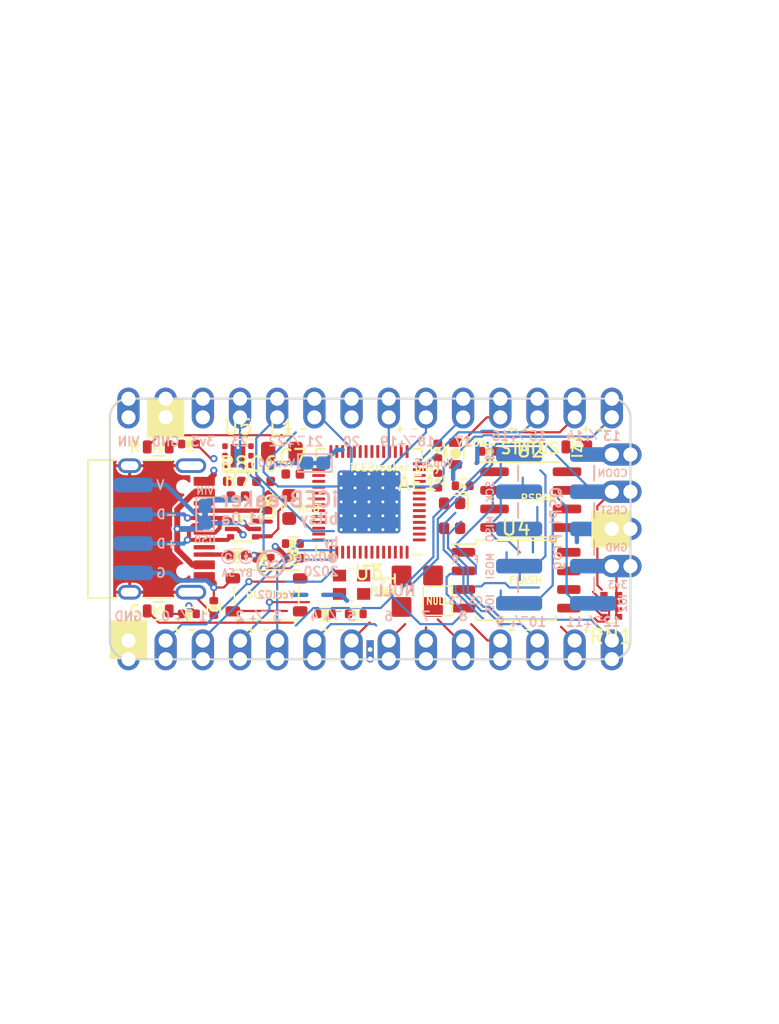
<source format=kicad_pcb>
(kicad_pcb (version 20200614) (host pcbnew "5.99.0-unknown-b48a627~101~ubuntu18.04.1")
  (title_block (title "iCEBreaker-bitsy") (date "2020-06-10") (rev "v1.0a") (company "1BitSquared") (comment 1 "© 2018-2020 1BitSquared <info@1bitsquared.com>") (comment 2 "© 2018-2020 Piotr Esden-Tempski <piotr@esden.net>") (comment 3 "© 2020 Jordi Pakey-Rodriguez <jordi@0xdec.im>") (comment 4 "License: CC BY-SA 4.0"))
  (layers (0 "F.Cu" signal) (1 "In1.Cu" signal hide) (2 "In2.Cu" signal hide) (31 "B.Cu" signal) (34 "B.Paste" user) (35 "F.Paste" user) (36 "B.SilkS" user) (37 "F.SilkS" user) (38 "B.Mask" user) (39 "F.Mask" user) (44 "Edge.Cuts" user))
  (net 0 "")
  (net 1 "+3V3")
  (net 2 "+1V2")
  (net 3 "GND")
  (net 4 "/USB_N")
  (net 5 "/USB_P")
  (net 6 "/USB_DET")
  (net 7 "/VCCIO_2")
  (net 8 "/SBU2")
  (net 9 "/CC1")
  (net 10 "/SBU1")
  (net 11 "/CC2")
  (net 12 "/SHIELD")
  (net 13 "VIN")
  (net 14 "VBUS")
  (net 15 "/xD+")
  (net 16 "/xD-")
  (net 17 "/iD+")
  (net 18 "/iD-")
  (net 19 "/VPP_2V5")
  (net 20 "/~RGB0")
  (net 21 "/~RGB1")
  (net 22 "/~RGB2")
  (net 23 "Net-(D1-PadA)")
  (net 24 "Net-(D2-PadA)")
  (net 25 "/VCCIO_0")
  (net 26 "/IOB_0a")
  (net 27 "/IOB_2a")
  (net 28 "/IOB_3b_G6")
  (net 29 "/IOB_4a")
  (net 30 "/IOB_5b")
  (net 31 "/IOB_8a")
  (net 32 "/IOB_9b")
  (net 33 "/IOT_37a")
  (net 34 "/IOT_38b")
  (net 35 "/IOT_39a")
  (net 36 "/IOT_41a")
  (net 37 "/IOT_42b")
  (net 38 "/IOT_43a")
  (net 39 "/IOT_44b")
  (net 40 "/IOT_48b")
  (net 41 "/IOB_16a")
  (net 42 "/IOB_23b")
  (net 43 "/IOB_25b_G3")
  (net 44 "/IOB_22a")
  (net 45 "/IOB_20a")
  (net 46 "/IOB_18a")
  (net 47 "/IOT_36b-~LEDR")
  (net 48 "/IOB_13b-~LEDG")
  (net 49 "/CDONE")
  (net 50 "/IOB_24a")
  (net 51 "/IOT_49a")
  (net 52 "/SPI_~CS")
  (net 53 "/SPI_SCK")
  (net 54 "/SPI_~HLD~-IO3")
  (net 55 "/SPI_~WP~-IO2")
  (net 56 "/RAM_~CS")
  (net 57 "/FLASH_~CS")
  (net 58 "/~CRESET")
  (net 59 "/~BTN")
  (net 60 "Net-(U3-Pad55)")
  (net 61 "Net-(U3-Pad50)")
  (net 62 "Net-(U3-Pad47)")
  (net 63 "Net-(U3-Pad46)")
  (net 64 "Net-(U3-Pad44)")
  (net 65 "Net-(U3-Pad43)")
  (net 66 "Net-(U3-Pad42)")
  (net 67 "Net-(U3-Pad41)")
  (net 68 "Net-(U3-Pad40)")
  (net 69 "Net-(U3-Pad39)")
  (net 70 "Net-(U3-Pad38)")
  (net 71 "Net-(U3-Pad37)")
  (net 72 "Net-(U3-Pad28)")
  (net 73 "Net-(U3-Pad26)")
  (net 74 "Net-(U3-Pad25)")
  (net 75 "Net-(U3-Pad24)")
  (net 76 "Net-(U3-Pad23)")
  (net 77 "Net-(U3-Pad22)")
  (net 78 "Net-(U3-Pad21)")
  (net 79 "Net-(U3-Pad19)")
  (net 80 "Net-(U3-Pad18)")
  (net 81 "Net-(U3-Pad17)")
  (net 82 "Net-(U3-Pad16)")
  (net 83 "Net-(U3-Pad15)")
  (net 84 "Net-(U3-Pad14)")
  (net 85 "Net-(U3-Pad13)")
  (net 86 "Net-(U3-Pad12)")
  (net 87 "Net-(U3-Pad11)")
  (net 88 "Net-(U3-Pad10)")
  (net 89 "Net-(U3-Pad9)")
  (net 90 "Net-(U3-Pad8)")
  (net 91 "Net-(U3-Pad7)")
  (net 92 "Net-(U3-Pad6)")
  (net 93 "Net-(U3-Pad5)")
  (net 94 "Net-(U3-Pad2)")
  (net 95 "Net-(C6-Pad2)")
  (net 96 "Net-(J2-Pad10)")
  (net 97 "Net-(J2-Pad8)")
  (net 98 "Net-(J2-Pad6)")
  (net 99 "/U0RXD")
  (net 100 "/U0TXD")
  (net 101 "Net-(L1-Pad1)")
  (net 102 "/SPI_COPI-IO0")
  (net 103 "/SPI_CIPO-IO1")
  (net 104 "Net-(C4-Pad2)")
  (net 105 "Net-(C3-Pad2)")
  (net 106 "Net-(Y1-Pad4)")
  (net 107 "Net-(Y1-Pad2)")
  (net 108 "Net-(AE1-Pad1)")
  (module "obsidian-boa:0479480001" (layer "F.Cu") (at 121 104.25)
    (fp_text reference "AE1" (at 0.025 -7.375 unlocked) (layer "F.SilkS"))
    (fp_text value "Antenna")
    (pad "1" smd roundrect (at -1.075 -1.075) (size 1.35 1.35) (layers "F.Cu" "F.Paste" "F.Mask") (roundrect_rratio 0.1) (net 108 "Net-(AE1-Pad1)"))
    (pad "1" smd roundrect (at 1.075 -1.075) (size 1.35 1.35) (layers "F.Cu" "F.Paste" "F.Mask") (roundrect_rratio 0.1) (net 108 "Net-(AE1-Pad1)"))
    (pad "1" smd roundrect (at -1.075 1.075) (size 1.35 1.35) (layers "F.Cu" "F.Paste" "F.Mask") (roundrect_rratio 0.1) (net 108 "Net-(AE1-Pad1)"))
    (pad "1" smd roundrect (at 1.075 1.075) (size 1.35 1.35) (layers "F.Cu" "F.Paste" "F.Mask") (roundrect_rratio 0.1) (net 108 "Net-(AE1-Pad1)"))
  )
  (module "Package_SO:SOIC-8_3.9x4.9mm_P1.27mm" (layer "F.Cu") (at 128.75 98)
    (fp_text reference "U2" (at 0 -3.4) (layer "F.SilkS"))
    (fp_text value "W25Q32JVSS")
    (pad "8" smd roundrect (at 2.475 -1.905) (size 1.95 0.6) (layers "F.Cu" "F.Paste" "F.Mask") (net 1 "+3V3"))
    (pad "7" smd roundrect (at 2.475 -0.635) (size 1.95 0.6) (layers "F.Cu" "F.Paste" "F.Mask") (net 54 "/SPI_~HLD~-IO3"))
    (pad "6" smd roundrect (at 2.475 0.635) (size 1.95 0.6) (layers "F.Cu" "F.Paste" "F.Mask") (net 53 "/SPI_SCK"))
    (pad "5" smd roundrect (at 2.475 1.905) (size 1.95 0.6) (layers "F.Cu" "F.Paste" "F.Mask") (net 102 "/SPI_COPI-IO0"))
    (pad "4" smd roundrect (at -2.475 1.905) (size 1.95 0.6) (layers "F.Cu" "F.Paste" "F.Mask") (net 3 "GND"))
    (pad "3" smd roundrect (at -2.475 0.635) (size 1.95 0.6) (layers "F.Cu" "F.Paste" "F.Mask") (net 55 "/SPI_~WP~-IO2"))
    (pad "2" smd roundrect (at -2.475 -0.635) (size 1.95 0.6) (layers "F.Cu" "F.Paste" "F.Mask") (net 103 "/SPI_CIPO-IO1"))
    (pad "1" smd roundrect (at -2.475 -1.905) (size 1.95 0.6) (layers "F.Cu" "F.Paste" "F.Mask") (net 56 "/RAM_~CS"))
  )
  (module "Resistor_SMD:R_Array_Convex_4x0402" (layer "F.Cu") (at 134.25 105.25 180)
    (fp_text reference "RN1" (at 0 -2.1) (layer "F.SilkS"))
    (fp_text value "R_Network04_Split")
    (pad "5" smd rect (at 0.5 0.75 180) (size 0.5 0.4) (layers "F.Cu" "F.Paste" "F.Mask"))
    (pad "6" smd rect (at 0.5 0.25 180) (size 0.5 0.3) (layers "F.Cu" "F.Paste" "F.Mask"))
    (pad "8" smd rect (at 0.5 -0.75 180) (size 0.5 0.4) (layers "F.Cu" "F.Paste" "F.Mask"))
    (pad "7" smd rect (at 0.5 -0.25 180) (size 0.5 0.3) (layers "F.Cu" "F.Paste" "F.Mask"))
    (pad "4" smd rect (at -0.5 0.75 180) (size 0.5 0.4) (layers "F.Cu" "F.Paste" "F.Mask") (net 53 "/SPI_SCK"))
    (pad "2" smd rect (at -0.5 -0.25 180) (size 0.5 0.3) (layers "F.Cu" "F.Paste" "F.Mask") (net 52 "/SPI_~CS"))
    (pad "3" smd rect (at -0.5 0.25 180) (size 0.5 0.3) (layers "F.Cu" "F.Paste" "F.Mask") (net 56 "/RAM_~CS"))
    (pad "1" smd rect (at -0.5 -0.75 180) (size 0.5 0.4) (layers "F.Cu" "F.Paste" "F.Mask") (net 1 "+3V3"))
  )
  (module "Crystal:Crystal_SMD_Abracon_ABM10-4Pin_2.5x2.0mm" (layer "F.Cu") (at 116.51 103.81 -90)
    (fp_text reference "Y1" (at 0 -2.5 90) (layer "F.SilkS"))
    (fp_text value "40MHz")
    (pad "4" smd rect (at 0.625 -0.825 270) (size 0.8 0.9) (layers "F.Cu" "F.Paste" "F.Mask") (net 106 "Net-(Y1-Pad4)"))
    (pad "2" smd rect (at -0.625 0.825 270) (size 0.8 0.9) (layers "F.Cu" "F.Paste" "F.Mask") (net 107 "Net-(Y1-Pad2)"))
    (pad "3" smd rect (at 0.625 0.825 270) (size 0.8 0.9) (layers "F.Cu" "F.Paste" "F.Mask") (net 105 "Net-(C3-Pad2)"))
    (pad "1" smd rect (at -0.625 -0.825 270) (size 0.8 0.9) (layers "F.Cu" "F.Paste" "F.Mask") (net 104 "Net-(C4-Pad2)"))
  )
  (module "Package_SON:WSON-6-1EP_2x2mm_P0.65mm_EP1x1.6mm_ThermalVias" (layer "F.Cu") (at 108.75 95)
    (fp_text reference "U5" (at 0 -1.95) (layer "F.SilkS"))
    (fp_text value "TPS62290")
    (pad "7" smd rect (at 0 0) (size 0.5 1.6) (layers "B.Cu") (net 3 "GND"))
    (pad "7" thru_hole circle (at 0 0.55) (size 0.5 0.5) (drill 0.2) (layers *.Cu) (net 3 "GND"))
    (pad "7" thru_hole circle (at 0 -0.55) (size 0.5 0.5) (drill 0.2) (layers *.Cu) (net 3 "GND"))
    (pad "7" smd rect (at 0 0) (size 1 1.6) (layers "F.Cu" "F.Mask") (net 3 "GND"))
    (pad "6" smd roundrect (at 0.8875 -0.65) (size 0.375 0.4) (layers "F.Cu" "F.Paste" "F.Mask") (net 3 "GND"))
    (pad "5" smd roundrect (at 0.8875 0) (size 0.375 0.4) (layers "F.Cu" "F.Paste" "F.Mask") (net 14 "VBUS"))
    (pad "4" smd roundrect (at 0.8875 0.65) (size 0.375 0.4) (layers "F.Cu" "F.Paste" "F.Mask") (net 14 "VBUS"))
    (pad "3" smd roundrect (at -0.8875 0.65) (size 0.375 0.4) (layers "F.Cu" "F.Paste" "F.Mask") (net 95 "Net-(C6-Pad2)"))
    (pad "2" smd roundrect (at -0.8875 0) (size 0.375 0.4) (layers "F.Cu" "F.Paste" "F.Mask") (net 3 "GND"))
    (pad "1" smd roundrect (at -0.8875 -0.65) (size 0.375 0.4) (layers "F.Cu" "F.Paste" "F.Mask") (net 101 "Net-(L1-Pad1)"))
  )
  (module "Package_SO:SOIC-8_5.23x5.23mm_P1.27mm" (layer "F.Cu") (at 127.75 103.5)
    (fp_text reference "U4" (at 0 -3.56) (layer "F.SilkS"))
    (fp_text value "W25Q32JVSS")
    (pad "8" smd roundrect (at 3.6 -1.905) (size 1.6 0.6) (layers "F.Cu" "F.Paste" "F.Mask") (net 1 "+3V3"))
    (pad "7" smd roundrect (at 3.6 -0.635) (size 1.6 0.6) (layers "F.Cu" "F.Paste" "F.Mask") (net 54 "/SPI_~HLD~-IO3"))
    (pad "6" smd roundrect (at 3.6 0.635) (size 1.6 0.6) (layers "F.Cu" "F.Paste" "F.Mask") (net 53 "/SPI_SCK"))
    (pad "5" smd roundrect (at 3.6 1.905) (size 1.6 0.6) (layers "F.Cu" "F.Paste" "F.Mask") (net 102 "/SPI_COPI-IO0"))
    (pad "4" smd roundrect (at -3.6 1.905) (size 1.6 0.6) (layers "F.Cu" "F.Paste" "F.Mask") (net 3 "GND"))
    (pad "3" smd roundrect (at -3.6 0.635) (size 1.6 0.6) (layers "F.Cu" "F.Paste" "F.Mask") (net 55 "/SPI_~WP~-IO2"))
    (pad "2" smd roundrect (at -3.6 -0.635) (size 1.6 0.6) (layers "F.Cu" "F.Paste" "F.Mask") (net 103 "/SPI_CIPO-IO1"))
    (pad "1" smd roundrect (at -3.6 -1.905) (size 1.6 0.6) (layers "F.Cu" "F.Paste" "F.Mask") (net 52 "/SPI_~CS"))
  )
  (module "Resistor_SMD:R_0402_1005Metric" (layer "F.Cu") (at 108.5 96.75)
    (fp_text reference "R8" (at 0 -1.17) (layer "F.SilkS"))
    (fp_text value "180k")
    (pad "2" smd roundrect (at 0.485 0) (size 0.59 0.64) (layers "F.Cu" "F.Paste" "F.Mask") (net 3 "GND"))
    (pad "1" smd roundrect (at -0.485 0) (size 0.59 0.64) (layers "F.Cu" "F.Paste" "F.Mask") (net 95 "Net-(C6-Pad2)"))
  )
  (module "Resistor_SMD:R_0402_1005Metric" (layer "F.Cu") (at 108.75 97.75)
    (fp_text reference "R7" (at 0 -1.17) (layer "F.SilkS"))
    (fp_text value "180k")
    (pad "2" smd roundrect (at 0.485 0) (size 0.59 0.64) (layers "F.Cu" "F.Paste" "F.Mask") (net 95 "Net-(C6-Pad2)"))
    (pad "1" smd roundrect (at -0.485 0) (size 0.59 0.64) (layers "F.Cu" "F.Paste" "F.Mask") (net 1 "+3V3"))
  )
  (module "Inductor_SMD:L_0805_2012Metric" (layer "F.Cu") (at 111.75 94.75)
    (fp_text reference "L1" (at 0 -1.65) (layer "F.SilkS"))
    (fp_text value "2.2uH")
    (pad "2" smd roundrect (at 0.9375 0) (size 0.975 1.4) (layers "F.Cu" "F.Paste" "F.Mask") (net 1 "+3V3"))
    (pad "1" smd roundrect (at -0.9375 0) (size 0.975 1.4) (layers "F.Cu" "F.Paste" "F.Mask") (net 101 "Net-(L1-Pad1)"))
  )
  (module "Capacitor_SMD:C_0402_1005Metric" (layer "F.Cu") (at 112.5 96.25)
    (fp_text reference "C7" (at 0 -1.17) (layer "F.SilkS"))
    (fp_text value "2.2uF")
    (pad "2" smd roundrect (at 0.485 0) (size 0.59 0.64) (layers "F.Cu" "F.Paste" "F.Mask") (net 3 "GND"))
    (pad "1" smd roundrect (at -0.485 0) (size 0.59 0.64) (layers "F.Cu" "F.Paste" "F.Mask") (net 1 "+3V3"))
  )
  (module "Capacitor_SMD:C_0402_1005Metric" (layer "F.Cu") (at 110.5 96.75)
    (fp_text reference "C6" (at 0 -1.17) (layer "F.SilkS"))
    (fp_text value "22pF")
    (pad "2" smd roundrect (at 0.485 0) (size 0.59 0.64) (layers "F.Cu" "F.Paste" "F.Mask") (net 95 "Net-(C6-Pad2)"))
    (pad "1" smd roundrect (at -0.485 0) (size 0.59 0.64) (layers "F.Cu" "F.Paste" "F.Mask") (net 1 "+3V3"))
  )
  (module "Capacitor_SMD:C_0603_1608Metric" (layer "F.Cu") (at 112.25 98.5 90)
    (fp_text reference "C5" (at 0 -1.43 90) (layer "F.SilkS"))
    (fp_text value "10uF")
    (pad "2" smd roundrect (at 0.7875 0 90) (size 0.875 0.95) (layers "F.Cu" "F.Paste" "F.Mask") (net 3 "GND"))
    (pad "1" smd roundrect (at -0.7875 0 90) (size 0.875 0.95) (layers "F.Cu" "F.Paste" "F.Mask") (net 14 "VBUS"))
  )
  (module "pkl_pin_headers:Pin_Header_Straight_Round_1x01_Castellated" (layer "F.Cu") (at 117.775 107.6)
    (fp_text reference "P5" hide)
    (fp_text value "5" hide)
    (pad "1" thru_hole circle (at 0 1.27) (size 0.508 0.508) (drill 0.321733) (layers *.Cu *.Mask) (net 32 "/IOB_9b"))
    (pad "1" smd rect (at 0 0.635) (size 0.5 1.27) (layers "B.Cu" "B.Mask") (net 32 "/IOB_9b"))
    (pad "1" smd rect (at 0 0.635) (size 0.5 1.27) (layers "F.Cu" "F.Mask") (net 32 "/IOB_9b"))
    (pad "1" thru_hole circle (at 0 0.635) (size 0.508 0.508) (drill 0.321733) (layers *.Cu *.Mask) (net 32 "/IOB_9b"))
  )
  (module "Package_DFN_QFN:QFN-56-1EP_7x7mm_P0.4mm_EP5.6x5.6mm" (layer "F.Cu") (at 117.7 98.15 180)
    (fp_text reference "U3" (at 0 -4.82) (layer "F.SilkS"))
    (fp_text value "ESP32-S2")
    (pad "56" smd roundrect (at -2.6 -3.4375 180) (size 0.2 0.875) (layers "F.Cu" "F.Paste" "F.Mask") (net 58 "/~CRESET"))
    (pad "55" smd roundrect (at -2.2 -3.4375 180) (size 0.2 0.875) (layers "F.Cu" "F.Paste" "F.Mask") (net 60 "Net-(U3-Pad55)"))
    (pad "54" smd roundrect (at -1.8 -3.4375 180) (size 0.2 0.875) (layers "F.Cu" "F.Paste" "F.Mask") (net 1 "+3V3"))
    (pad "53" smd roundrect (at -1.4 -3.4375 180) (size 0.2 0.875) (layers "F.Cu" "F.Paste" "F.Mask") (net 104 "Net-(C4-Pad2)"))
    (pad "52" smd roundrect (at -1 -3.4375 180) (size 0.2 0.875) (layers "F.Cu" "F.Paste" "F.Mask") (net 105 "Net-(C3-Pad2)"))
    (pad "51" smd roundrect (at -0.6 -3.4375 180) (size 0.2 0.875) (layers "F.Cu" "F.Paste" "F.Mask") (net 1 "+3V3"))
    (pad "50" smd roundrect (at -0.2 -3.4375 180) (size 0.2 0.875) (layers "F.Cu" "F.Paste" "F.Mask") (net 61 "Net-(U3-Pad50)"))
    (pad "49" smd roundrect (at 0.2 -3.4375 180) (size 0.2 0.875) (layers "F.Cu" "F.Paste" "F.Mask") (net 99 "/U0RXD"))
    (pad "48" smd roundrect (at 0.6 -3.4375 180) (size 0.2 0.875) (layers "F.Cu" "F.Paste" "F.Mask") (net 100 "/U0TXD"))
    (pad "47" smd roundrect (at 1 -3.4375 180) (size 0.2 0.875) (layers "F.Cu" "F.Paste" "F.Mask") (net 62 "Net-(U3-Pad47)"))
    (pad "46" smd roundrect (at 1.4 -3.4375 180) (size 0.2 0.875) (layers "F.Cu" "F.Paste" "F.Mask") (net 63 "Net-(U3-Pad46)"))
    (pad "45" smd roundrect (at 1.8 -3.4375 180) (size 0.2 0.875) (layers "F.Cu" "F.Paste" "F.Mask") (net 1 "+3V3"))
    (pad "44" smd roundrect (at 2.2 -3.4375 180) (size 0.2 0.875) (layers "F.Cu" "F.Paste" "F.Mask") (net 64 "Net-(U3-Pad44)"))
    (pad "43" smd roundrect (at 2.6 -3.4375 180) (size 0.2 0.875) (layers "F.Cu" "F.Paste" "F.Mask") (net 65 "Net-(U3-Pad43)"))
    (pad "42" smd roundrect (at 3.4375 -2.6 180) (size 0.875 0.2) (layers "F.Cu" "F.Paste" "F.Mask") (net 66 "Net-(U3-Pad42)"))
    (pad "41" smd roundrect (at 3.4375 -2.2 180) (size 0.875 0.2) (layers "F.Cu" "F.Paste" "F.Mask") (net 67 "Net-(U3-Pad41)"))
    (pad "40" smd roundrect (at 3.4375 -1.8 180) (size 0.875 0.2) (layers "F.Cu" "F.Paste" "F.Mask") (net 68 "Net-(U3-Pad40)"))
    (pad "39" smd roundrect (at 3.4375 -1.4 180) (size 0.875 0.2) (layers "F.Cu" "F.Paste" "F.Mask") (net 69 "Net-(U3-Pad39)"))
    (pad "38" smd roundrect (at 3.4375 -1 180) (size 0.875 0.2) (layers "F.Cu" "F.Paste" "F.Mask") (net 70 "Net-(U3-Pad38)"))
    (pad "37" smd roundrect (at 3.4375 -0.6 180) (size 0.875 0.2) (layers "F.Cu" "F.Paste" "F.Mask") (net 71 "Net-(U3-Pad37)"))
    (pad "36" smd roundrect (at 3.4375 -0.2 180) (size 0.875 0.2) (layers "F.Cu" "F.Paste" "F.Mask") (net 102 "/SPI_COPI-IO0"))
    (pad "35" smd roundrect (at 3.4375 0.2 180) (size 0.875 0.2) (layers "F.Cu" "F.Paste" "F.Mask") (net 103 "/SPI_CIPO-IO1"))
    (pad "34" smd roundrect (at 3.4375 0.6 180) (size 0.875 0.2) (layers "F.Cu" "F.Paste" "F.Mask") (net 53 "/SPI_SCK"))
    (pad "33" smd roundrect (at 3.4375 1 180) (size 0.875 0.2) (layers "F.Cu" "F.Paste" "F.Mask") (net 52 "/SPI_~CS"))
    (pad "32" smd roundrect (at 3.4375 1.4 180) (size 0.875 0.2) (layers "F.Cu" "F.Paste" "F.Mask") (net 55 "/SPI_~WP~-IO2"))
    (pad "31" smd roundrect (at 3.4375 1.8 180) (size 0.875 0.2) (layers "F.Cu" "F.Paste" "F.Mask") (net 54 "/SPI_~HLD~-IO3"))
    (pad "30" smd roundrect (at 3.4375 2.2 180) (size 0.875 0.2) (layers "F.Cu" "F.Paste" "F.Mask") (net 1 "+3V3"))
    (pad "29" smd roundrect (at 3.4375 2.6 180) (size 0.875 0.2) (layers "F.Cu" "F.Paste" "F.Mask") (net 56 "/RAM_~CS"))
    (pad "28" smd roundrect (at 2.6 3.4375 180) (size 0.2 0.875) (layers "F.Cu" "F.Paste" "F.Mask") (net 72 "Net-(U3-Pad28)"))
    (pad "27" smd roundrect (at 2.2 3.4375 180) (size 0.2 0.875) (layers "F.Cu" "F.Paste" "F.Mask") (net 1 "+3V3"))
    (pad "26" smd roundrect (at 1.8 3.4375 180) (size 0.2 0.875) (layers "F.Cu" "F.Paste" "F.Mask") (net 73 "Net-(U3-Pad26)"))
    (pad "25" smd roundrect (at 1.4 3.4375 180) (size 0.2 0.875) (layers "F.Cu" "F.Paste" "F.Mask") (net 74 "Net-(U3-Pad25)"))
    (pad "24" smd roundrect (at 1 3.4375 180) (size 0.2 0.875) (layers "F.Cu" "F.Paste" "F.Mask") (net 75 "Net-(U3-Pad24)"))
    (pad "23" smd roundrect (at 0.6 3.4375 180) (size 0.2 0.875) (layers "F.Cu" "F.Paste" "F.Mask") (net 76 "Net-(U3-Pad23)"))
    (pad "22" smd roundrect (at 0.2 3.4375 180) (size 0.2 0.875) (layers "F.Cu" "F.Paste" "F.Mask") (net 77 "Net-(U3-Pad22)"))
    (pad "21" smd roundrect (at -0.2 3.4375 180) (size 0.2 0.875) (layers "F.Cu" "F.Paste" "F.Mask") (net 78 "Net-(U3-Pad21)"))
    (pad "20" smd roundrect (at -0.6 3.4375 180) (size 0.2 0.875) (layers "F.Cu" "F.Paste" "F.Mask") (net 1 "+3V3"))
    (pad "19" smd roundrect (at -1 3.4375 180) (size 0.2 0.875) (layers "F.Cu" "F.Paste" "F.Mask") (net 79 "Net-(U3-Pad19)"))
    (pad "18" smd roundrect (at -1.4 3.4375 180) (size 0.2 0.875) (layers "F.Cu" "F.Paste" "F.Mask") (net 80 "Net-(U3-Pad18)"))
    (pad "17" smd roundrect (at -1.8 3.4375 180) (size 0.2 0.875) (layers "F.Cu" "F.Paste" "F.Mask") (net 81 "Net-(U3-Pad17)"))
    (pad "16" smd roundrect (at -2.2 3.4375 180) (size 0.2 0.875) (layers "F.Cu" "F.Paste" "F.Mask") (net 82 "Net-(U3-Pad16)"))
    (pad "15" smd roundrect (at -2.6 3.4375 180) (size 0.2 0.875) (layers "F.Cu" "F.Paste" "F.Mask") (net 83 "Net-(U3-Pad15)"))
    (pad "14" smd roundrect (at -3.4375 2.6 180) (size 0.875 0.2) (layers "F.Cu" "F.Paste" "F.Mask") (net 84 "Net-(U3-Pad14)"))
    (pad "13" smd roundrect (at -3.4375 2.2 180) (size 0.875 0.2) (layers "F.Cu" "F.Paste" "F.Mask") (net 85 "Net-(U3-Pad13)"))
    (pad "12" smd roundrect (at -3.4375 1.8 180) (size 0.875 0.2) (layers "F.Cu" "F.Paste" "F.Mask") (net 86 "Net-(U3-Pad12)"))
    (pad "11" smd roundrect (at -3.4375 1.4 180) (size 0.875 0.2) (layers "F.Cu" "F.Paste" "F.Mask") (net 87 "Net-(U3-Pad11)"))
    (pad "10" smd roundrect (at -3.4375 1 180) (size 0.875 0.2) (layers "F.Cu" "F.Paste" "F.Mask") (net 88 "Net-(U3-Pad10)"))
    (pad "9" smd roundrect (at -3.4375 0.6 180) (size 0.875 0.2) (layers "F.Cu" "F.Paste" "F.Mask") (net 89 "Net-(U3-Pad9)"))
    (pad "8" smd roundrect (at -3.4375 0.2 180) (size 0.875 0.2) (layers "F.Cu" "F.Paste" "F.Mask") (net 90 "Net-(U3-Pad8)"))
    (pad "7" smd roundrect (at -3.4375 -0.2 180) (size 0.875 0.2) (layers "F.Cu" "F.Paste" "F.Mask") (net 91 "Net-(U3-Pad7)"))
    (pad "6" smd roundrect (at -3.4375 -0.6 180) (size 0.875 0.2) (layers "F.Cu" "F.Paste" "F.Mask") (net 92 "Net-(U3-Pad6)"))
    (pad "5" smd roundrect (at -3.4375 -1 180) (size 0.875 0.2) (layers "F.Cu" "F.Paste" "F.Mask") (net 93 "Net-(U3-Pad5)"))
    (pad "4" smd roundrect (at -3.4375 -1.4 180) (size 0.875 0.2) (layers "F.Cu" "F.Paste" "F.Mask") (net 1 "+3V3"))
    (pad "3" smd roundrect (at -3.4375 -1.8 180) (size 0.875 0.2) (layers "F.Cu" "F.Paste" "F.Mask") (net 1 "+3V3"))
    (pad "2" smd roundrect (at -3.4375 -2.2 180) (size 0.875 0.2) (layers "F.Cu" "F.Paste" "F.Mask") (net 94 "Net-(U3-Pad2)"))
    (pad "1" smd roundrect (at -3.4375 -2.6 180) (size 0.875 0.2) (layers "F.Cu" "F.Paste" "F.Mask") (net 1 "+3V3"))
    (pad "57" thru_hole circle (at 0 0 180) (size 0.5 0.5) (drill 0.2) (layers *.Cu) (net 3 "GND"))
    (pad "57" thru_hole circle (at 0.95 0 180) (size 0.5 0.5) (drill 0.2) (layers *.Cu) (net 3 "GND"))
    (pad "57" thru_hole circle (at 0 1.9 180) (size 0.5 0.5) (drill 0.2) (layers *.Cu) (net 3 "GND"))
    (pad "57" thru_hole circle (at 0.95 1.9 180) (size 0.5 0.5) (drill 0.2) (layers *.Cu) (net 3 "GND"))
    (pad "57" thru_hole circle (at -1.9 1.9 180) (size 0.5 0.5) (drill 0.2) (layers *.Cu) (net 3 "GND"))
    (pad "57" thru_hole circle (at -0.95 1.9 180) (size 0.5 0.5) (drill 0.2) (layers *.Cu) (net 3 "GND"))
    (pad "57" thru_hole circle (at -0.95 0.95 180) (size 0.5 0.5) (drill 0.2) (layers *.Cu) (net 3 "GND"))
    (pad "57" thru_hole circle (at 0 0.95 180) (size 0.5 0.5) (drill 0.2) (layers *.Cu) (net 3 "GND"))
    (pad "57" smd roundrect (at 0 0 180) (size 4.3 4.3) (layers "F.Cu" "F.Mask") (roundrect_rratio 0.05814) (net 3 "GND"))
    (pad "57" thru_hole circle (at -0.95 -0.95 180) (size 0.5 0.5) (drill 0.2) (layers *.Cu) (net 3 "GND"))
    (pad "57" thru_hole circle (at 0 -0.95 180) (size 0.5 0.5) (drill 0.2) (layers *.Cu) (net 3 "GND"))
    (pad "57" thru_hole circle (at 0.95 0.95 180) (size 0.5 0.5) (drill 0.2) (layers *.Cu) (net 3 "GND"))
    (pad "57" thru_hole circle (at 1.9 0.95 180) (size 0.5 0.5) (drill 0.2) (layers *.Cu) (net 3 "GND"))
    (pad "57" thru_hole circle (at 1.9 1.9 180) (size 0.5 0.5) (drill 0.2) (layers *.Cu) (net 3 "GND"))
    (pad "57" smd roundrect (at 0 0 180) (size 4.3 4.3) (layers "B.Cu") (roundrect_rratio 0.05814) (net 3 "GND"))
    (pad "57" thru_hole circle (at 1.9 -1.9 180) (size 0.5 0.5) (drill 0.2) (layers *.Cu) (net 3 "GND"))
    (pad "57" thru_hole circle (at -1.9 -0.95 180) (size 0.5 0.5) (drill 0.2) (layers *.Cu) (net 3 "GND"))
    (pad "57" thru_hole circle (at 1.9 0 180) (size 0.5 0.5) (drill 0.2) (layers *.Cu) (net 3 "GND"))
    (pad "57" thru_hole circle (at -1.9 0.95 180) (size 0.5 0.5) (drill 0.2) (layers *.Cu) (net 3 "GND"))
    (pad "57" thru_hole circle (at -1.9 -1.9 180) (size 0.5 0.5) (drill 0.2) (layers *.Cu) (net 3 "GND"))
    (pad "57" thru_hole circle (at -0.95 -1.9 180) (size 0.5 0.5) (drill 0.2) (layers *.Cu) (net 3 "GND"))
    (pad "57" thru_hole circle (at 0 -1.9 180) (size 0.5 0.5) (drill 0.2) (layers *.Cu) (net 3 "GND"))
    (pad "57" thru_hole circle (at 0.95 -1.9 180) (size 0.5 0.5) (drill 0.2) (layers *.Cu) (net 3 "GND"))
    (pad "57" thru_hole circle (at 0.95 -0.95 180) (size 0.5 0.5) (drill 0.2) (layers *.Cu) (net 3 "GND"))
    (pad "57" thru_hole circle (at 1.9 -0.95 180) (size 0.5 0.5) (drill 0.2) (layers *.Cu) (net 3 "GND"))
    (pad "57" thru_hole circle (at -1.9 0 180) (size 0.5 0.5) (drill 0.2) (layers *.Cu) (net 3 "GND"))
    (pad "57" thru_hole circle (at -0.95 0 180) (size 0.5 0.5) (drill 0.2) (layers *.Cu) (net 3 "GND"))
  )
  (module "pkl_logos:null_Logo_SilkS_2mm" (layer "F.Cu") (at 122.4 104.9)
    (fp_text reference "REF**" hide)
    (fp_text value "null_Logo_SilkS_2mm" hide)
  )
  (module "pkl_dipol:D_0603" (layer "F.Cu") (at 131.9 94.4)
    (fp_text reference "D3")
    (fp_text value "BLU" hide)
    (pad "C" smd roundrect (at -0.75 0 180) (size 0.6 0.9) (layers "F.Cu" "F.Paste" "F.Mask") (net 3 "GND"))
    (pad "A" smd roundrect (at 0.75 0 180) (size 0.6 0.9) (layers "F.Cu" "F.Paste" "F.Mask") (net 49 "/CDONE"))
  )
  (module "pkl_pin_headers:PinHeader_2x05_P2.54mm_Vertical_SMD" (layer "B.Cu") (at 130.48 100 180)
    (fp_text reference "J2" hide)
    (fp_text value "PROG" hide)
    (pad "10" smd roundrect (at 2.525 -5.08 180) (size 3.15 1) (layers "B.Cu" "B.Paste" "B.Mask") (net 96 "Net-(J2-Pad10)"))
    (pad "9" smd roundrect (at -2.525 -5.08 180) (size 3.15 1) (layers "B.Cu" "B.Paste" "B.Mask") (net 55 "/SPI_~WP~-IO2"))
    (pad "8" smd roundrect (at 2.525 -2.54 180) (size 3.15 1) (layers "B.Cu" "B.Paste" "B.Mask") (net 97 "Net-(J2-Pad8)"))
    (pad "7" smd roundrect (at -2.525 -2.54 180) (size 3.15 1) (layers "B.Cu" "B.Paste" "B.Mask") (net 1 "+3V3"))
    (pad "6" smd roundrect (at 2.525 0 180) (size 3.15 1) (layers "B.Cu" "B.Paste" "B.Mask") (net 98 "Net-(J2-Pad6)"))
    (pad "5" smd roundrect (at -2.525 0 180) (size 3.15 1) (layers "B.Cu" "B.Paste" "B.Mask") (net 3 "GND"))
    (pad "4" smd roundrect (at 2.525 2.54 180) (size 3.15 1) (layers "B.Cu" "B.Paste" "B.Mask") (net 99 "/U0RXD"))
    (pad "3" smd roundrect (at -2.525 2.54 180) (size 3.15 1) (layers "B.Cu" "B.Paste" "B.Mask") (net 58 "/~CRESET"))
    (pad "2" smd roundrect (at 2.525 5.08 180) (size 3.15 1) (layers "B.Cu" "B.Paste" "B.Mask") (net 100 "/U0TXD"))
    (pad "1" smd roundrect (at -2.525 5.08 180) (size 3.15 1) (layers "B.Cu" "B.Paste" "B.Mask") (net 49 "/CDONE"))
  )
  (module "pkl_dipol:C_0603" (layer "F.Cu") (at 123.6 94.85 90)
    (fp_text reference "C19")
    (fp_text value "10u" hide)
    (pad "2" smd roundrect (at 0.75 0 90) (size 0.6 0.9) (layers "F.Cu" "F.Paste" "F.Mask") (net 3 "GND"))
    (pad "1" smd roundrect (at -0.75 0 90) (size 0.6 0.9) (layers "F.Cu" "F.Paste" "F.Mask") (net 1 "+3V3"))
  )
  (module "pkl_dipol:R_0402" (layer "F.Cu") (at 125.9 94.7 180)
    (fp_text reference "R13")
    (fp_text value "2k2" hide)
    (pad "1" smd roundrect (at -0.5 0 180) (size 0.5 0.6) (layers "F.Cu" "F.Paste" "F.Mask") (net 49 "/CDONE"))
    (pad "2" smd roundrect (at 0.5 0 180) (size 0.5 0.6) (layers "F.Cu" "F.Paste" "F.Mask") (net 1 "+3V3"))
  )
  (module "pkl_dipol:R_0402" (layer "F.Cu") (at 107.1 105.4 -90)
    (fp_text reference "R1")
    (fp_text value "1M" hide)
    (pad "2" smd roundrect (at 0.5 0 270) (size 0.5 0.6) (layers "F.Cu" "F.Paste" "F.Mask") (net 12 "/SHIELD"))
    (pad "1" smd roundrect (at -0.5 0 270) (size 0.5 0.6) (layers "F.Cu" "F.Paste" "F.Mask") (net 3 "GND"))
  )
  (module "pkl_connectors:USB_C_Receptacle_HRO_TYPE-C-31-M-12" (layer "F.Cu") (at 102.4 100 -90)
    (fp_text reference "J1" hide)
    (fp_text value "USB_C" hide)
    (pad "S1" thru_hole oval (at 4.32 1.05 270) (size 1 1.6) (drill oval 0.6 1.2) (layers *.Cu *.Mask) (net 12 "/SHIELD"))
    (pad "" np_thru_hole circle (at 2.89 -2.6 270) (size 0.65 0.65) (drill 0.65) (layers *.Cu *.Mask))
    (pad "S1" thru_hole oval (at -4.32 1.05 270) (size 1 1.6) (drill oval 0.6 1.2) (layers *.Cu *.Mask) (net 12 "/SHIELD"))
    (pad "" np_thru_hole circle (at -2.89 -2.6 270) (size 0.65 0.65) (drill 0.65) (layers *.Cu *.Mask))
    (pad "S1" thru_hole oval (at -4.32 -3.13 270) (size 1 2.1) (drill oval 0.6 1.7) (layers *.Cu *.Mask) (net 12 "/SHIELD"))
    (pad "S1" thru_hole oval (at 4.32 -3.13 270) (size 1 2.1) (drill oval 0.6 1.7) (layers *.Cu *.Mask) (net 12 "/SHIELD"))
    (pad "A6" smd roundrect (at -0.25 -4.045 270) (size 0.3 1.45) (layers "F.Cu" "F.Paste" "F.Mask") (net 15 "/xD+"))
    (pad "B5" smd roundrect (at 1.75 -4.045 270) (size 0.3 1.45) (layers "F.Cu" "F.Paste" "F.Mask") (net 11 "/CC2"))
    (pad "A8" smd roundrect (at 1.25 -4.045 270) (size 0.3 1.45) (layers "F.Cu" "F.Paste" "F.Mask") (net 10 "/SBU1"))
    (pad "B6" smd roundrect (at 0.75 -4.045 270) (size 0.3 1.45) (layers "F.Cu" "F.Paste" "F.Mask") (net 15 "/xD+"))
    (pad "A7" smd roundrect (at 0.25 -4.045 270) (size 0.3 1.45) (layers "F.Cu" "F.Paste" "F.Mask") (net 16 "/xD-"))
    (pad "B7" smd roundrect (at -0.75 -4.045 270) (size 0.3 1.45) (layers "F.Cu" "F.Paste" "F.Mask") (net 16 "/xD-"))
    (pad "A5" smd roundrect (at -1.25 -4.045 270) (size 0.3 1.45) (layers "F.Cu" "F.Paste" "F.Mask") (net 9 "/CC1"))
    (pad "B8" smd roundrect (at -1.75 -4.045 270) (size 0.3 1.45) (layers "F.Cu" "F.Paste" "F.Mask") (net 8 "/SBU2"))
    (pad "A12" smd roundrect (at 3.25 -4.045 270) (size 0.6 1.45) (layers "F.Cu" "F.Paste" "F.Mask") (roundrect_rratio 0.125) (net 3 "GND"))
    (pad "B4" smd roundrect (at 2.45 -4.045 270) (size 0.6 1.45) (layers "F.Cu" "F.Paste" "F.Mask") (roundrect_rratio 0.125) (net 14 "VBUS"))
    (pad "A4" smd roundrect (at -2.45 -4.045 270) (size 0.6 1.45) (layers "F.Cu" "F.Paste" "F.Mask") (roundrect_rratio 0.125) (net 14 "VBUS"))
    (pad "A1" smd roundrect (at -3.25 -4.045 270) (size 0.6 1.45) (layers "F.Cu" "F.Paste" "F.Mask") (roundrect_rratio 0.125) (net 3 "GND"))
    (pad "B12" smd roundrect (at -3.25 -4.045 270) (size 0.6 1.45) (layers "F.Cu" "F.Paste" "F.Mask") (roundrect_rratio 0.125) (net 3 "GND"))
    (pad "B9" smd roundrect (at -2.45 -4.045 270) (size 0.6 1.45) (layers "F.Cu" "F.Paste" "F.Mask") (roundrect_rratio 0.125) (net 14 "VBUS"))
    (pad "A9" smd roundrect (at 2.45 -4.045 270) (size 0.6 1.45) (layers "F.Cu" "F.Paste" "F.Mask") (roundrect_rratio 0.125) (net 14 "VBUS"))
    (pad "B1" smd roundrect (at 3.25 -4.045 270) (size 0.6 1.45) (layers "F.Cu" "F.Paste" "F.Mask") (roundrect_rratio 0.125) (net 3 "GND"))
  )
  (module "pkl_jumpers:J_NC_0603_40" (layer "B.Cu") (at 106.5 99 90)
    (fp_text reference "JP1")
    (fp_text value "Jumper" hide)
    (fp_line (start -0.1 0) (end 0.1 0) (layer "B.Cu") (width 0.4))
    (pad "2" smd roundrect (at 0.575 0 90) (size 0.95 0.9) (layers "B.Cu" "B.Mask") (net 13 "VIN"))
    (pad "1" smd roundrect (at -0.575 0 90) (size 0.95 0.9) (layers "B.Cu" "B.Mask") (net 14 "VBUS"))
  )
  (module "pkl_logos:Symbol_CC-SA_SilkScreen_1mm" (layer "B.Cu") (at 108.1 101.9 180)
    (fp_text reference "REF**" hide)
    (fp_text value "Symbol_CC-SA_SilkScreen_1mm" hide)
  )
  (module "pkl_logos:Symbol_CC-BY_SilkScreen_1mm" (layer "B.Cu") (at 109.3 101.9 180)
    (fp_text reference "REF**" hide)
    (fp_text value "Symbol_CC-BY_SilkScreen_1mm" hide)
  )
  (module "pkl_logos:Symbol_CC_SilkScreen_2mm" (layer "B.Cu") (at 111 102.4 180)
    (fp_text reference "REF**" hide)
    (fp_text value "Symbol_CC_SilkScreen_2mm" hide)
  )
  (module "pkl_housings_sot:SOT-666" (layer "F.Cu") (at 109.1 100)
    (fp_text reference "U1")
    (fp_text value "USBLC6-2" hide)
    (pad "6" smd roundrect (at 0.85 -0.5375 270) (size 0.35 0.5) (layers "F.Cu" "F.Paste" "F.Mask") (net 18 "/iD-"))
    (pad "5" smd roundrect (at 0.925 0 270) (size 0.3 0.65) (layers "F.Cu" "F.Paste" "F.Mask") (net 14 "VBUS"))
    (pad "4" smd roundrect (at 0.85 0.5375 270) (size 0.375 0.5) (layers "F.Cu" "F.Paste" "F.Mask") (net 17 "/iD+"))
    (pad "3" smd roundrect (at -0.85 0.5375 270) (size 0.375 0.5) (layers "F.Cu" "F.Paste" "F.Mask") (net 15 "/xD+"))
    (pad "2" smd roundrect (at -0.925 0 270) (size 0.3 0.65) (layers "F.Cu" "F.Paste" "F.Mask") (net 3 "GND"))
    (pad "1" smd roundrect (at -0.85 -0.5375 270) (size 0.375 0.5) (layers "F.Cu" "F.Paste" "F.Mask") (net 16 "/xD-"))
  )
  (module "pkl_pads:PAD_SMD_1x2.65_ROUNDED" (layer "B.Cu") (at 101.6 103)
    (fp_text reference "P35")
    (fp_text value "UP" hide)
    (pad "1" smd roundrect (at 0 0) (size 2.65 1) (layers "B.Cu" "B.Mask") (net 3 "GND"))
  )
  (module "pkl_pads:PAD_SMD_1x2.65_ROUNDED" (layer "B.Cu") (at 101.6 101)
    (fp_text reference "P34")
    (fp_text value "UP" hide)
    (pad "1" smd roundrect (at 0 0) (size 2.65 1) (layers "B.Cu" "B.Mask") (net 15 "/xD+"))
  )
  (module "pkl_pads:PAD_SMD_1x2.65_ROUNDED" (layer "B.Cu") (at 101.6 99)
    (fp_text reference "P33")
    (fp_text value "UP" hide)
    (pad "1" smd roundrect (at 0 0) (size 2.65 1) (layers "B.Cu" "B.Mask") (net 16 "/xD-"))
  )
  (module "pkl_pads:PAD_SMD_1x2.65_ROUNDED" (layer "B.Cu") (at 101.6 97)
    (fp_text reference "P32")
    (fp_text value "UP" hide)
    (pad "1" smd roundrect (at 0 0) (size 2.65 1) (layers "B.Cu" "B.Mask") (net 14 "VBUS"))
  )
  (module "pkl_led:LED_TRI_2020" (layer "F.Cu") (at 123.375 99.1 -90)
    (fp_text reference "D4")
    (fp_text value "FM-B2020RGBA-HG" hide)
    (pad "4" smd roundrect (at -0.85 0.55 270) (size 0.8 0.7) (layers "F.Cu" "F.Paste" "F.Mask") (net 21 "/~RGB1"))
    (pad "3" smd roundrect (at 0.85 0.55 270) (size 0.8 0.7) (layers "F.Cu" "F.Paste" "F.Mask") (net 1 "+3V3"))
    (pad "2" smd roundrect (at 0.85 -0.55 270) (size 0.8 0.7) (layers "F.Cu" "F.Paste" "F.Mask") (net 22 "/~RGB2"))
    (pad "1" smd roundrect (at -0.85 -0.55 270) (size 0.8 0.7) (layers "F.Cu" "F.Paste" "F.Mask") (net 20 "/~RGB0"))
  )
  (module "pkl_dipol:C_0402" (layer "F.Cu") (at 116.8 105.8)
    (fp_text reference "C12")
    (fp_text value "100n" hide)
    (pad "2" smd roundrect (at 0.5 0) (size 0.5 0.6) (layers "F.Cu" "F.Paste" "F.Mask") (net 3 "GND"))
    (pad "1" smd roundrect (at -0.5 0) (size 0.5 0.6) (layers "F.Cu" "F.Paste" "F.Mask") (net 1 "+3V3"))
  )
  (module "pkl_dipol:C_0402" (layer "F.Cu") (at 124.1 97.05)
    (fp_text reference "C11")
    (fp_text value "100n" hide)
    (pad "2" smd roundrect (at 0.5 0) (size 0.5 0.6) (layers "F.Cu" "F.Paste" "F.Mask") (net 3 "GND"))
    (pad "1" smd roundrect (at -0.5 0) (size 0.5 0.6) (layers "F.Cu" "F.Paste" "F.Mask") (net 1 "+3V3"))
  )
  (module "pkl_dipol:C_0402" (layer "F.Cu") (at 122.4 96.7 90)
    (fp_text reference "C10")
    (fp_text value "100n" hide)
    (pad "2" smd roundrect (at 0.5 0 90) (size 0.5 0.6) (layers "F.Cu" "F.Paste" "F.Mask") (net 3 "GND"))
    (pad "1" smd roundrect (at -0.5 0 90) (size 0.5 0.6) (layers "F.Cu" "F.Paste" "F.Mask") (net 25 "/VCCIO_0"))
  )
  (module "pkl_dipol:R_0402" (layer "F.Cu") (at 112.5 102 180)
    (fp_text reference "R5")
    (fp_text value "22E" hide)
    (pad "2" smd roundrect (at 0.5 0 180) (size 0.5 0.6) (layers "F.Cu" "F.Paste" "F.Mask") (net 17 "/iD+"))
    (pad "1" smd roundrect (at -0.5 0 180) (size 0.5 0.6) (layers "F.Cu" "F.Paste" "F.Mask") (net 5 "/USB_P"))
  )
  (module "pkl_dipol:R_0402" (layer "F.Cu") (at 114.7 105.8)
    (fp_text reference "R10")
    (fp_text value "10k" hide)
    (pad "1" smd roundrect (at -0.5 0) (size 0.5 0.6) (layers "F.Cu" "F.Paste" "F.Mask") (net 59 "/~BTN"))
    (pad "2" smd roundrect (at 0.5 0) (size 0.5 0.6) (layers "F.Cu" "F.Paste" "F.Mask") (net 7 "/VCCIO_2"))
  )
  (module "pkl_dipol:R_0402" (layer "F.Cu") (at 105.4 105.8)
    (fp_text reference "R12")
    (fp_text value "330E" hide)
    (pad "1" smd roundrect (at -0.5 0) (size 0.5 0.6) (layers "F.Cu" "F.Paste" "F.Mask") (net 24 "Net-(D2-PadA)"))
    (pad "2" smd roundrect (at 0.5 0) (size 0.5 0.6) (layers "F.Cu" "F.Paste" "F.Mask") (net 1 "+3V3"))
  )
  (module "pkl_dipol:R_0402" (layer "F.Cu") (at 105.4 94.2)
    (fp_text reference "R11")
    (fp_text value "330E" hide)
    (pad "1" smd roundrect (at -0.5 0) (size 0.5 0.6) (layers "F.Cu" "F.Paste" "F.Mask") (net 23 "Net-(D1-PadA)"))
    (pad "2" smd roundrect (at 0.5 0) (size 0.5 0.6) (layers "F.Cu" "F.Paste" "F.Mask") (net 1 "+3V3"))
  )
  (module "pkl_dipol:D_0603" (layer "F.Cu") (at 103.3 105.6)
    (fp_text reference "D2")
    (fp_text value "GRN" hide)
    (pad "C" smd roundrect (at -0.75 0 180) (size 0.6 0.9) (layers "F.Cu" "F.Paste" "F.Mask") (net 48 "/IOB_13b-~LEDG"))
    (pad "A" smd roundrect (at 0.75 0 180) (size 0.6 0.9) (layers "F.Cu" "F.Paste" "F.Mask") (net 24 "Net-(D2-PadA)"))
  )
  (module "pkl_dipol:D_0603" (layer "F.Cu") (at 103.3 94.4)
    (fp_text reference "D1")
    (fp_text value "RED" hide)
    (pad "C" smd roundrect (at -0.75 0 180) (size 0.6 0.9) (layers "F.Cu" "F.Paste" "F.Mask") (net 47 "/IOT_36b-~LEDR"))
    (pad "A" smd roundrect (at 0.75 0 180) (size 0.6 0.9) (layers "F.Cu" "F.Paste" "F.Mask") (net 23 "Net-(D1-PadA)"))
  )
  (module "pkl_dipol:C_0402" (layer "F.Cu") (at 122.4 94.65 90)
    (fp_text reference "C9")
    (fp_text value "100n" hide)
    (pad "2" smd roundrect (at 0.5 0 90) (size 0.5 0.6) (layers "F.Cu" "F.Paste" "F.Mask") (net 3 "GND"))
    (pad "1" smd roundrect (at -0.5 0 90) (size 0.5 0.6) (layers "F.Cu" "F.Paste" "F.Mask") (net 1 "+3V3"))
  )
  (module "pkl_dipol:R_0402" (layer "F.Cu") (at 112.5 101 180)
    (fp_text reference "R4")
    (fp_text value "22E" hide)
    (pad "2" smd roundrect (at 0.5 0 180) (size 0.5 0.6) (layers "F.Cu" "F.Paste" "F.Mask") (net 18 "/iD-"))
    (pad "1" smd roundrect (at -0.5 0 180) (size 0.5 0.6) (layers "F.Cu" "F.Paste" "F.Mask") (net 4 "/USB_N"))
  )
  (module "pkl_dipol:R_0402" (layer "F.Cu") (at 110.5 102)
    (fp_text reference "R6")
    (fp_text value "1k5" hide)
    (pad "2" smd roundrect (at 0.5 0) (size 0.5 0.6) (layers "F.Cu" "F.Paste" "F.Mask") (net 17 "/iD+"))
    (pad "1" smd roundrect (at -0.5 0) (size 0.5 0.6) (layers "F.Cu" "F.Paste" "F.Mask") (net 6 "/USB_DET"))
  )
  (module "pkl_buttons_switches:SW_SPST_3x4x2.5" (layer "F.Cu") (at 110.7 104.5 180)
    (fp_text reference "SW1")
    (fp_text value "TACT" hide)
    (pad "2" smd roundrect (at 2.3 1.125 180) (size 1 0.7) (layers "F.Cu" "F.Paste" "F.Mask") (net 3 "GND"))
    (pad "2" smd roundrect (at -2.3 1.125 180) (size 1 0.7) (layers "F.Cu" "F.Paste" "F.Mask") (net 3 "GND"))
    (pad "1" smd roundrect (at 2.3 -1.125 180) (size 1 0.7) (layers "F.Cu" "F.Paste" "F.Mask") (net 59 "/~BTN"))
    (pad "1" smd roundrect (at -2.3 -1.125 180) (size 1 0.7) (layers "F.Cu" "F.Paste" "F.Mask") (net 59 "/~BTN"))
  )
  (module "pkl_dipol:R_0402" (layer "F.Cu") (at 110.8 98.25 -90)
    (fp_text reference "R2")
    (fp_text value "5k1" hide)
    (pad "2" smd roundrect (at 0.5 0 270) (size 0.5 0.6) (layers "F.Cu" "F.Paste" "F.Mask") (net 9 "/CC1"))
    (pad "1" smd roundrect (at -0.5 0 270) (size 0.5 0.6) (layers "F.Cu" "F.Paste" "F.Mask") (net 3 "GND"))
  )
  (module "pkl_dipol:R_0402" (layer "F.Cu") (at 108.7 101.8 180)
    (fp_text reference "R3")
    (fp_text value "5k1" hide)
    (pad "2" smd roundrect (at 0.5 0 180) (size 0.5 0.6) (layers "F.Cu" "F.Paste" "F.Mask") (net 11 "/CC2"))
    (pad "1" smd roundrect (at -0.5 0 180) (size 0.5 0.6) (layers "F.Cu" "F.Paste" "F.Mask") (net 3 "GND"))
  )
  (module "pkl_pin_headers:Pin_Header_Straight_Round_1x01_Castellated" (layer "F.Cu") (at 106.35 92.38 180)
    (fp_text reference "P27" hide)
    (fp_text value "3V3" hide)
    (pad "1" smd rect (at 0 0.635 180) (size 1.524 1.27) (layers "B.Cu" "B.Mask") (net 1 "+3V3"))
    (pad "1" smd rect (at 0 0.635 180) (size 1.524 1.27) (layers "F.Cu" "F.Mask") (net 1 "+3V3"))
    (pad "1" thru_hole circle (at 0 1.27 180) (size 1.524 1.524) (drill 0.9652) (layers *.Cu *.Mask) (net 1 "+3V3"))
    (pad "1" thru_hole circle (at 0 0 180) (size 1.524 1.524) (drill 0.9652) (layers *.Cu *.Mask) (net 1 "+3V3"))
  )
  (module "pkl_pin_headers:Pin_Header_Straight_Round_1x01_Castellated" (layer "F.Cu") (at 134.29 102.54 90)
    (fp_text reference "P28" hide)
    (fp_text value "3V3" hide)
    (pad "1" smd rect (at 0 0.635 90) (size 1.524 1.27) (layers "B.Cu" "B.Mask") (net 1 "+3V3"))
    (pad "1" smd rect (at 0 0.635 90) (size 1.524 1.27) (layers "F.Cu" "F.Mask") (net 1 "+3V3"))
    (pad "1" thru_hole circle (at 0 1.27 90) (size 1.524 1.524) (drill 0.9652) (layers *.Cu *.Mask) (net 1 "+3V3"))
    (pad "1" thru_hole circle (at 0 0 90) (size 1.524 1.524) (drill 0.9652) (layers *.Cu *.Mask) (net 1 "+3V3"))
  )
  (module "pkl_pin_headers:Pin_Header_Straight_Round_1x01_Castellated" (layer "F.Cu") (at 101.27 92.38 180)
    (fp_text reference "P29" hide)
    (fp_text value "VIN" hide)
    (pad "1" smd rect (at 0 0.635 180) (size 1.524 1.27) (layers "B.Cu" "B.Mask") (net 13 "VIN"))
    (pad "1" smd rect (at 0 0.635 180) (size 1.524 1.27) (layers "F.Cu" "F.Mask") (net 13 "VIN"))
    (pad "1" thru_hole circle (at 0 1.27 180) (size 1.524 1.524) (drill 0.9652) (layers *.Cu *.Mask) (net 13 "VIN"))
    (pad "1" thru_hole circle (at 0 0 180) (size 1.524 1.524) (drill 0.9652) (layers *.Cu *.Mask) (net 13 "VIN"))
  )
  (module "pkl_pin_headers:Pin_Header_Straight_Round_1x01_Castellated" (layer "F.Cu") (at 101.27 107.62)
    (fp_text reference "P24" hide)
    (fp_text value "GND" hide)
    (pad "1" smd rect (at 0 0.635) (size 1.524 1.27) (layers "B.Cu" "B.Mask") (net 3 "GND"))
    (pad "1" smd rect (at 0 0.635) (size 1.524 1.27) (layers "F.Cu" "F.Mask") (net 3 "GND"))
    (pad "1" thru_hole circle (at 0 1.27) (size 1.524 1.524) (drill 0.9652) (layers *.Cu *.Mask) (net 3 "GND"))
    (pad "1" thru_hole circle (at 0 0) (size 1.524 1.524) (drill 0.9652) (layers *.Cu *.Mask) (net 3 "GND"))
  )
  (module "pkl_pin_headers:Pin_Header_Straight_Round_1x01_Castellated" (layer "F.Cu") (at 134.29 100 90)
    (fp_text reference "P25" hide)
    (fp_text value "GND" hide)
    (pad "1" smd rect (at 0 0.635 90) (size 1.524 1.27) (layers "B.Cu" "B.Mask") (net 3 "GND"))
    (pad "1" smd rect (at 0 0.635 90) (size 1.524 1.27) (layers "F.Cu" "F.Mask") (net 3 "GND"))
    (pad "1" thru_hole circle (at 0 1.27 90) (size 1.524 1.524) (drill 0.9652) (layers *.Cu *.Mask) (net 3 "GND"))
    (pad "1" thru_hole circle (at 0 0 90) (size 1.524 1.524) (drill 0.9652) (layers *.Cu *.Mask) (net 3 "GND"))
  )
  (module "pkl_pin_headers:Pin_Header_Straight_Round_1x01_Castellated" (layer "F.Cu") (at 103.81 92.38 180)
    (fp_text reference "P26" hide)
    (fp_text value "GND" hide)
    (pad "1" smd rect (at 0 0.635 180) (size 1.524 1.27) (layers "B.Cu" "B.Mask") (net 3 "GND"))
    (pad "1" smd rect (at 0 0.635 180) (size 1.524 1.27) (layers "F.Cu" "F.Mask") (net 3 "GND"))
    (pad "1" thru_hole circle (at 0 1.27 180) (size 1.524 1.524) (drill 0.9652) (layers *.Cu *.Mask) (net 3 "GND"))
    (pad "1" thru_hole circle (at 0 0 180) (size 1.524 1.524) (drill 0.9652) (layers *.Cu *.Mask) (net 3 "GND"))
  )
  (module "pkl_pin_headers:Pin_Header_Straight_Round_1x01_Castellated" (layer "F.Cu") (at 103.81 107.62)
    (fp_text reference "P0" hide)
    (fp_text value "0" hide)
    (pad "1" smd rect (at 0 0.635) (size 1.524 1.27) (layers "B.Cu" "B.Mask") (net 27 "/IOB_2a"))
    (pad "1" smd rect (at 0 0.635) (size 1.524 1.27) (layers "F.Cu" "F.Mask") (net 27 "/IOB_2a"))
    (pad "1" thru_hole circle (at 0 1.27) (size 1.524 1.524) (drill 0.9652) (layers *.Cu *.Mask) (net 27 "/IOB_2a"))
    (pad "1" thru_hole circle (at 0 0) (size 1.524 1.524) (drill 0.9652) (layers *.Cu *.Mask) (net 27 "/IOB_2a"))
  )
  (module "pkl_pin_headers:Pin_Header_Straight_Round_1x01_Castellated" (layer "F.Cu") (at 108.89 107.62)
    (fp_text reference "P2" hide)
    (fp_text value "2" hide)
    (pad "1" smd rect (at 0 0.635) (size 1.524 1.27) (layers "B.Cu" "B.Mask") (net 29 "/IOB_4a"))
    (pad "1" smd rect (at 0 0.635) (size 1.524 1.27) (layers "F.Cu" "F.Mask") (net 29 "/IOB_4a"))
    (pad "1" thru_hole circle (at 0 1.27) (size 1.524 1.524) (drill 0.9652) (layers *.Cu *.Mask) (net 29 "/IOB_4a"))
    (pad "1" thru_hole circle (at 0 0) (size 1.524 1.524) (drill 0.9652) (layers *.Cu *.Mask) (net 29 "/IOB_4a"))
  )
  (module "pkl_pin_headers:Pin_Header_Straight_Round_1x01_Castellated" (layer "F.Cu") (at 106.35 107.62)
    (fp_text reference "P1" hide)
    (fp_text value "1" hide)
    (pad "1" smd rect (at 0 0.635) (size 1.524 1.27) (layers "B.Cu" "B.Mask") (net 28 "/IOB_3b_G6"))
    (pad "1" smd rect (at 0 0.635) (size 1.524 1.27) (layers "F.Cu" "F.Mask") (net 28 "/IOB_3b_G6"))
    (pad "1" thru_hole circle (at 0 1.27) (size 1.524 1.524) (drill 0.9652) (layers *.Cu *.Mask) (net 28 "/IOB_3b_G6"))
    (pad "1" thru_hole circle (at 0 0) (size 1.524 1.524) (drill 0.9652) (layers *.Cu *.Mask) (net 28 "/IOB_3b_G6"))
  )
  (module "pkl_pin_headers:Pin_Header_Straight_Round_1x01_Castellated" (layer "F.Cu") (at 113.97 107.62)
    (fp_text reference "P4" hide)
    (fp_text value "4" hide)
    (pad "1" smd rect (at 0 0.635) (size 1.524 1.27) (layers "B.Cu" "B.Mask") (net 31 "/IOB_8a"))
    (pad "1" smd rect (at 0 0.635) (size 1.524 1.27) (layers "F.Cu" "F.Mask") (net 31 "/IOB_8a"))
    (pad "1" thru_hole circle (at 0 1.27) (size 1.524 1.524) (drill 0.9652) (layers *.Cu *.Mask) (net 31 "/IOB_8a"))
    (pad "1" thru_hole circle (at 0 0) (size 1.524 1.524) (drill 0.9652) (layers *.Cu *.Mask) (net 31 "/IOB_8a"))
  )
  (module "pkl_pin_headers:Pin_Header_Straight_Round_1x01_Castellated" (layer "F.Cu") (at 111.43 107.62)
    (fp_text reference "P3" hide)
    (fp_text value "3" hide)
    (pad "1" smd rect (at 0 0.635) (size 1.524 1.27) (layers "B.Cu" "B.Mask") (net 30 "/IOB_5b"))
    (pad "1" smd rect (at 0 0.635) (size 1.524 1.27) (layers "F.Cu" "F.Mask") (net 30 "/IOB_5b"))
    (pad "1" thru_hole circle (at 0 1.27) (size 1.524 1.524) (drill 0.9652) (layers *.Cu *.Mask) (net 30 "/IOB_5b"))
    (pad "1" thru_hole circle (at 0 0) (size 1.524 1.524) (drill 0.9652) (layers *.Cu *.Mask) (net 30 "/IOB_5b"))
  )
  (module "pkl_pin_headers:Pin_Header_Straight_Round_1x01_Castellated" (layer "F.Cu") (at 116.51 107.62)
    (fp_text reference "P5" hide)
    (fp_text value "5" hide)
    (pad "1" smd rect (at 0 0.635) (size 1.524 1.27) (layers "B.Cu" "B.Mask") (net 32 "/IOB_9b"))
    (pad "1" smd rect (at 0 0.635) (size 1.524 1.27) (layers "F.Cu" "F.Mask") (net 32 "/IOB_9b"))
    (pad "1" thru_hole circle (at 0 1.27) (size 1.524 1.524) (drill 0.9652) (layers *.Cu *.Mask) (net 32 "/IOB_9b"))
    (pad "1" thru_hole circle (at 0 0) (size 1.524 1.524) (drill 0.9652) (layers *.Cu *.Mask) (net 32 "/IOB_9b"))
  )
  (module "pkl_pin_headers:Pin_Header_Straight_Round_1x01_Castellated" (layer "F.Cu") (at 121.59 107.62)
    (fp_text reference "P7" hide)
    (fp_text value "7" hide)
    (pad "1" smd rect (at 0 0.635) (size 1.524 1.27) (layers "B.Cu" "B.Mask") (net 46 "/IOB_18a"))
    (pad "1" smd rect (at 0 0.635) (size 1.524 1.27) (layers "F.Cu" "F.Mask") (net 46 "/IOB_18a"))
    (pad "1" thru_hole circle (at 0 1.27) (size 1.524 1.524) (drill 0.9652) (layers *.Cu *.Mask) (net 46 "/IOB_18a"))
    (pad "1" thru_hole circle (at 0 0) (size 1.524 1.524) (drill 0.9652) (layers *.Cu *.Mask) (net 46 "/IOB_18a"))
  )
  (module "pkl_pin_headers:Pin_Header_Straight_Round_1x01_Castellated" (layer "F.Cu") (at 119.05 107.62)
    (fp_text reference "P6" hide)
    (fp_text value "6" hide)
    (pad "1" smd rect (at 0 0.635) (size 1.524 1.27) (layers "B.Cu" "B.Mask") (net 41 "/IOB_16a"))
    (pad "1" smd rect (at 0 0.635) (size 1.524 1.27) (layers "F.Cu" "F.Mask") (net 41 "/IOB_16a"))
    (pad "1" thru_hole circle (at 0 1.27) (size 1.524 1.524) (drill 0.9652) (layers *.Cu *.Mask) (net 41 "/IOB_16a"))
    (pad "1" thru_hole circle (at 0 0) (size 1.524 1.524) (drill 0.9652) (layers *.Cu *.Mask) (net 41 "/IOB_16a"))
  )
  (module "pkl_pin_headers:Pin_Header_Straight_Round_1x01_Castellated" (layer "F.Cu") (at 129.21 92.38 180)
    (fp_text reference "P15" hide)
    (fp_text value "15" hide)
    (pad "1" smd rect (at 0 0.635 180) (size 1.524 1.27) (layers "B.Cu" "B.Mask") (net 34 "/IOT_38b"))
    (pad "1" smd rect (at 0 0.635 180) (size 1.524 1.27) (layers "F.Cu" "F.Mask") (net 34 "/IOT_38b"))
    (pad "1" thru_hole circle (at 0 1.27 180) (size 1.524 1.524) (drill 0.9652) (layers *.Cu *.Mask) (net 34 "/IOT_38b"))
    (pad "1" thru_hole circle (at 0 0 180) (size 1.524 1.524) (drill 0.9652) (layers *.Cu *.Mask) (net 34 "/IOT_38b"))
  )
  (module "pkl_pin_headers:Pin_Header_Straight_Round_1x01_Castellated" (layer "F.Cu") (at 121.59 92.38 180)
    (fp_text reference "P18" hide)
    (fp_text value "18" hide)
    (pad "1" smd rect (at 0 0.635 180) (size 1.524 1.27) (layers "B.Cu" "B.Mask") (net 37 "/IOT_42b"))
    (pad "1" smd rect (at 0 0.635 180) (size 1.524 1.27) (layers "F.Cu" "F.Mask") (net 37 "/IOT_42b"))
    (pad "1" thru_hole circle (at 0 1.27 180) (size 1.524 1.524) (drill 0.9652) (layers *.Cu *.Mask) (net 37 "/IOT_42b"))
    (pad "1" thru_hole circle (at 0 0 180) (size 1.524 1.524) (drill 0.9652) (layers *.Cu *.Mask) (net 37 "/IOT_42b"))
  )
  (module "pkl_pin_headers:Pin_Header_Straight_Round_1x01_Castellated" (layer "F.Cu") (at 124.13 92.38 180)
    (fp_text reference "P17" hide)
    (fp_text value "17" hide)
    (pad "1" smd rect (at 0 0.635 180) (size 1.524 1.27) (layers "B.Cu" "B.Mask") (net 36 "/IOT_41a"))
    (pad "1" smd rect (at 0 0.635 180) (size 1.524 1.27) (layers "F.Cu" "F.Mask") (net 36 "/IOT_41a"))
    (pad "1" thru_hole circle (at 0 1.27 180) (size 1.524 1.524) (drill 0.9652) (layers *.Cu *.Mask) (net 36 "/IOT_41a"))
    (pad "1" thru_hole circle (at 0 0 180) (size 1.524 1.524) (drill 0.9652) (layers *.Cu *.Mask) (net 36 "/IOT_41a"))
  )
  (module "pkl_pin_headers:Pin_Header_Straight_Round_1x01_Castellated" (layer "F.Cu") (at 119.05 92.38 180)
    (fp_text reference "P19" hide)
    (fp_text value "19" hide)
    (pad "1" smd rect (at 0 0.635 180) (size 1.524 1.27) (layers "B.Cu" "B.Mask") (net 38 "/IOT_43a"))
    (pad "1" smd rect (at 0 0.635 180) (size 1.524 1.27) (layers "F.Cu" "F.Mask") (net 38 "/IOT_43a"))
    (pad "1" thru_hole circle (at 0 1.27 180) (size 1.524 1.524) (drill 0.9652) (layers *.Cu *.Mask) (net 38 "/IOT_43a"))
    (pad "1" thru_hole circle (at 0 0 180) (size 1.524 1.524) (drill 0.9652) (layers *.Cu *.Mask) (net 38 "/IOT_43a"))
  )
  (module "pkl_pin_headers:Pin_Header_Straight_Round_1x01_Castellated" (layer "F.Cu") (at 116.51 92.38 180)
    (fp_text reference "P20" hide)
    (fp_text value "20" hide)
    (pad "1" smd rect (at 0 0.635 180) (size 1.524 1.27) (layers "B.Cu" "B.Mask") (net 39 "/IOT_44b"))
    (pad "1" smd rect (at 0 0.635 180) (size 1.524 1.27) (layers "F.Cu" "F.Mask") (net 39 "/IOT_44b"))
    (pad "1" thru_hole circle (at 0 1.27 180) (size 1.524 1.524) (drill 0.9652) (layers *.Cu *.Mask) (net 39 "/IOT_44b"))
    (pad "1" thru_hole circle (at 0 0 180) (size 1.524 1.524) (drill 0.9652) (layers *.Cu *.Mask) (net 39 "/IOT_44b"))
  )
  (module "pkl_pin_headers:Pin_Header_Straight_Round_1x01_Castellated" (layer "F.Cu") (at 113.97 92.38 180)
    (fp_text reference "P21" hide)
    (fp_text value "21" hide)
    (pad "1" smd rect (at 0 0.635 180) (size 1.524 1.27) (layers "B.Cu" "B.Mask") (net 40 "/IOT_48b"))
    (pad "1" smd rect (at 0 0.635 180) (size 1.524 1.27) (layers "F.Cu" "F.Mask") (net 40 "/IOT_48b"))
    (pad "1" thru_hole circle (at 0 1.27 180) (size 1.524 1.524) (drill 0.9652) (layers *.Cu *.Mask) (net 40 "/IOT_48b"))
    (pad "1" thru_hole circle (at 0 0 180) (size 1.524 1.524) (drill 0.9652) (layers *.Cu *.Mask) (net 40 "/IOT_48b"))
  )
  (module "pkl_pin_headers:Pin_Header_Straight_Round_1x01_Castellated" (layer "F.Cu") (at 111.43 92.38 180)
    (fp_text reference "P22" hide)
    (fp_text value "22" hide)
    (pad "1" smd rect (at 0 0.635 180) (size 1.524 1.27) (layers "B.Cu" "B.Mask") (net 51 "/IOT_49a"))
    (pad "1" smd rect (at 0 0.635 180) (size 1.524 1.27) (layers "F.Cu" "F.Mask") (net 51 "/IOT_49a"))
    (pad "1" thru_hole circle (at 0 1.27 180) (size 1.524 1.524) (drill 0.9652) (layers *.Cu *.Mask) (net 51 "/IOT_49a"))
    (pad "1" thru_hole circle (at 0 0 180) (size 1.524 1.524) (drill 0.9652) (layers *.Cu *.Mask) (net 51 "/IOT_49a"))
  )
  (module "pkl_pin_headers:Pin_Header_Straight_Round_1x01_Castellated" (layer "F.Cu") (at 108.89 92.38 180)
    (fp_text reference "P23" hide)
    (fp_text value "23" hide)
    (pad "1" smd rect (at 0 0.635 180) (size 1.524 1.27) (layers "B.Cu" "B.Mask") (net 26 "/IOB_0a"))
    (pad "1" smd rect (at 0 0.635 180) (size 1.524 1.27) (layers "F.Cu" "F.Mask") (net 26 "/IOB_0a"))
    (pad "1" thru_hole circle (at 0 1.27 180) (size 1.524 1.524) (drill 0.9652) (layers *.Cu *.Mask) (net 26 "/IOB_0a"))
    (pad "1" thru_hole circle (at 0 0 180) (size 1.524 1.524) (drill 0.9652) (layers *.Cu *.Mask) (net 26 "/IOB_0a"))
  )
  (module "pkl_pin_headers:Pin_Header_Straight_Round_1x01_Castellated" (layer "F.Cu") (at 124.13 107.62)
    (fp_text reference "P8" hide)
    (fp_text value "8" hide)
    (pad "1" smd rect (at 0 0.635) (size 1.524 1.27) (layers "B.Cu" "B.Mask") (net 45 "/IOB_20a"))
    (pad "1" smd rect (at 0 0.635) (size 1.524 1.27) (layers "F.Cu" "F.Mask") (net 45 "/IOB_20a"))
    (pad "1" thru_hole circle (at 0 1.27) (size 1.524 1.524) (drill 0.9652) (layers *.Cu *.Mask) (net 45 "/IOB_20a"))
    (pad "1" thru_hole circle (at 0 0) (size 1.524 1.524) (drill 0.9652) (layers *.Cu *.Mask) (net 45 "/IOB_20a"))
  )
  (module "pkl_pin_headers:Pin_Header_Straight_Round_1x01_Castellated" (layer "F.Cu") (at 126.67 107.62)
    (fp_text reference "P9" hide)
    (fp_text value "9" hide)
    (pad "1" smd rect (at 0 0.635) (size 1.524 1.27) (layers "B.Cu" "B.Mask") (net 44 "/IOB_22a"))
    (pad "1" smd rect (at 0 0.635) (size 1.524 1.27) (layers "F.Cu" "F.Mask") (net 44 "/IOB_22a"))
    (pad "1" thru_hole circle (at 0 1.27) (size 1.524 1.524) (drill 0.9652) (layers *.Cu *.Mask) (net 44 "/IOB_22a"))
    (pad "1" thru_hole circle (at 0 0) (size 1.524 1.524) (drill 0.9652) (layers *.Cu *.Mask) (net 44 "/IOB_22a"))
  )
  (module "pkl_pin_headers:Pin_Header_Straight_Round_1x01_Castellated" (layer "F.Cu") (at 134.29 92.38 180)
    (fp_text reference "P13" hide)
    (fp_text value "13" hide)
    (pad "1" smd rect (at 0 0.635 180) (size 1.524 1.27) (layers "B.Cu" "B.Mask") (net 47 "/IOT_36b-~LEDR"))
    (pad "1" smd rect (at 0 0.635 180) (size 1.524 1.27) (layers "F.Cu" "F.Mask") (net 47 "/IOT_36b-~LEDR"))
    (pad "1" thru_hole circle (at 0 1.27 180) (size 1.524 1.524) (drill 0.9652) (layers *.Cu *.Mask) (net 47 "/IOT_36b-~LEDR"))
    (pad "1" thru_hole circle (at 0 0 180) (size 1.524 1.524) (drill 0.9652) (layers *.Cu *.Mask) (net 47 "/IOT_36b-~LEDR"))
  )
  (module "pkl_pin_headers:Pin_Header_Straight_Round_1x01_Castellated" (layer "F.Cu") (at 131.75 92.38 180)
    (fp_text reference "P14" hide)
    (fp_text value "14" hide)
    (pad "1" smd rect (at 0 0.635 180) (size 1.524 1.27) (layers "B.Cu" "B.Mask") (net 33 "/IOT_37a"))
    (pad "1" smd rect (at 0 0.635 180) (size 1.524 1.27) (layers "F.Cu" "F.Mask") (net 33 "/IOT_37a"))
    (pad "1" thru_hole circle (at 0 1.27 180) (size 1.524 1.524) (drill 0.9652) (layers *.Cu *.Mask) (net 33 "/IOT_37a"))
    (pad "1" thru_hole circle (at 0 0 180) (size 1.524 1.524) (drill 0.9652) (layers *.Cu *.Mask) (net 33 "/IOT_37a"))
  )
  (module "pkl_pin_headers:Pin_Header_Straight_Round_1x01_Castellated" (layer "F.Cu") (at 134.29 107.62)
    (fp_text reference "P12" hide)
    (fp_text value "12" hide)
    (pad "1" smd rect (at 0 0.635) (size 1.524 1.27) (layers "B.Cu" "B.Mask") (net 43 "/IOB_25b_G3"))
    (pad "1" smd rect (at 0 0.635) (size 1.524 1.27) (layers "F.Cu" "F.Mask") (net 43 "/IOB_25b_G3"))
    (pad "1" thru_hole circle (at 0 1.27) (size 1.524 1.524) (drill 0.9652) (layers *.Cu *.Mask) (net 43 "/IOB_25b_G3"))
    (pad "1" thru_hole circle (at 0 0) (size 1.524 1.524) (drill 0.9652) (layers *.Cu *.Mask) (net 43 "/IOB_25b_G3"))
  )
  (module "pkl_pin_headers:Pin_Header_Straight_Round_1x01_Castellated" (layer "F.Cu") (at 131.75 107.62)
    (fp_text reference "P11" hide)
    (fp_text value "11" hide)
    (pad "1" smd rect (at 0 0.635) (size 1.524 1.27) (layers "B.Cu" "B.Mask") (net 50 "/IOB_24a"))
    (pad "1" smd rect (at 0 0.635) (size 1.524 1.27) (layers "F.Cu" "F.Mask") (net 50 "/IOB_24a"))
    (pad "1" thru_hole circle (at 0 1.27) (size 1.524 1.524) (drill 0.9652) (layers *.Cu *.Mask) (net 50 "/IOB_24a"))
    (pad "1" thru_hole circle (at 0 0) (size 1.524 1.524) (drill 0.9652) (layers *.Cu *.Mask) (net 50 "/IOB_24a"))
  )
  (module "pkl_pin_headers:Pin_Header_Straight_Round_1x01_Castellated" (layer "F.Cu") (at 129.21 107.62)
    (fp_text reference "P10" hide)
    (fp_text value "10" hide)
    (pad "1" smd rect (at 0 0.635) (size 1.524 1.27) (layers "B.Cu" "B.Mask") (net 42 "/IOB_23b"))
    (pad "1" smd rect (at 0 0.635) (size 1.524 1.27) (layers "F.Cu" "F.Mask") (net 42 "/IOB_23b"))
    (pad "1" thru_hole circle (at 0 1.27) (size 1.524 1.524) (drill 0.9652) (layers *.Cu *.Mask) (net 42 "/IOB_23b"))
    (pad "1" thru_hole circle (at 0 0) (size 1.524 1.524) (drill 0.9652) (layers *.Cu *.Mask) (net 42 "/IOB_23b"))
  )
  (module "pkl_pin_headers:Pin_Header_Straight_Round_1x01_Castellated" (layer "F.Cu") (at 134.29 94.92 90)
    (fp_text reference "P30" hide)
    (fp_text value "CDONE" hide)
    (pad "1" thru_hole circle (at 0 0 90) (size 1.524 1.524) (drill 0.9652) (layers *.Cu *.Mask) (net 49 "/CDONE"))
    (pad "1" thru_hole circle (at 0 1.27 90) (size 1.524 1.524) (drill 0.9652) (layers *.Cu *.Mask) (net 49 "/CDONE"))
    (pad "1" smd rect (at 0 0.635 90) (size 1.524 1.27) (layers "F.Cu" "F.Mask") (net 49 "/CDONE"))
    (pad "1" smd rect (at 0 0.635 90) (size 1.524 1.27) (layers "B.Cu" "B.Mask") (net 49 "/CDONE"))
  )
  (module "pkl_pin_headers:Pin_Header_Straight_Round_1x01_Castellated" (layer "F.Cu") (at 134.29 97.46 90)
    (fp_text reference "P31" hide)
    (fp_text value "CRESET" hide)
    (pad "1" thru_hole circle (at 0 0 90) (size 1.524 1.524) (drill 0.9652) (layers *.Cu *.Mask) (net 58 "/~CRESET"))
    (pad "1" thru_hole circle (at 0 1.27 90) (size 1.524 1.524) (drill 0.9652) (layers *.Cu *.Mask) (net 58 "/~CRESET"))
    (pad "1" smd rect (at 0 0.635 90) (size 1.524 1.27) (layers "F.Cu" "F.Mask") (net 58 "/~CRESET"))
    (pad "1" smd rect (at 0 0.635 90) (size 1.524 1.27) (layers "B.Cu" "B.Mask") (net 58 "/~CRESET"))
  )
  (module "pkl_pin_headers:Pin_Header_Straight_Round_1x01_Castellated" (layer "F.Cu") (at 126.67 92.38 180)
    (fp_text reference "P16" hide)
    (fp_text value "16" hide)
    (pad "1" smd rect (at 0 0.635 180) (size 1.524 1.27) (layers "B.Cu" "B.Mask") (net 35 "/IOT_39a"))
    (pad "1" smd rect (at 0 0.635 180) (size 1.524 1.27) (layers "F.Cu" "F.Mask") (net 35 "/IOT_39a"))
    (pad "1" thru_hole circle (at 0 1.27 180) (size 1.524 1.524) (drill 0.9652) (layers *.Cu *.Mask) (net 35 "/IOT_39a"))
    (pad "1" thru_hole circle (at 0 0 180) (size 1.524 1.524) (drill 0.9652) (layers *.Cu *.Mask) (net 35 "/IOT_39a"))
  )
  (module "pkl_jumpers:J_NC_0603_30" (layer "B.Cu") (at 114 95.5 180)
    (fp_text reference "JP5")
    (fp_text value "Jumper" hide)
    (fp_line (start -0.1 0) (end 0.1 0) (layer "B.Cu") (width 0.3))
    (pad "1" smd roundrect (at -0.575 0 180) (size 0.95 0.9) (layers "B.Cu" "B.Mask") (net 25 "/VCCIO_0"))
    (pad "2" smd roundrect (at 0.575 0 180) (size 0.95 0.9) (layers "B.Cu" "B.Mask") (net 1 "+3V3"))
  )
  (gr_text "+" (at 127.432 93.142) (layer "F.SilkS") (effects (font (size 0.5 0.5) (thickness 0.1))))
  (gr_text "-" (at 128.448 93.142) (layer "F.SilkS") (effects (font (size 0.5 0.5) (thickness 0.1))))
  (gr_text "+" (at 132.512 93.142) (layer "F.SilkS") (effects (font (size 0.5 0.5) (thickness 0.1))))
  (gr_text "-" (at 133.528 93.142) (layer "F.SilkS") (effects (font (size 0.5 0.5) (thickness 0.1))))
  (gr_text "+" (at 119.812 93.142) (layer "F.SilkS") (effects (font (size 0.5 0.5) (thickness 0.1))))
  (gr_text "-" (at 120.828 93.142) (layer "F.SilkS") (effects (font (size 0.5 0.5) (thickness 0.1))))
  (gr_text "+" (at 112.192 93.142) (layer "F.SilkS") (effects (font (size 0.5 0.5) (thickness 0.1))))
  (gr_text "-" (at 113.208 93.142) (layer "F.SilkS") (effects (font (size 0.5 0.5) (thickness 0.1))))
  (gr_text "+" (at 114.732 106.858) (layer "F.SilkS") (effects (font (size 0.5 0.5) (thickness 0.1))))
  (gr_text "-" (at 115.748 106.858) (layer "F.SilkS") (effects (font (size 0.5 0.5) (thickness 0.1))))
  (gr_text "+" (at 109.652 106.858) (layer "F.SilkS") (effects (font (size 0.5 0.5) (thickness 0.1))))
  (gr_text "-" (at 110.668 106.858) (layer "F.SilkS") (effects (font (size 0.5 0.5) (thickness 0.1))))
  (gr_text "+" (at 104.572 106.858) (layer "F.SilkS") (effects (font (size 0.5 0.5) (thickness 0.1))))
  (gr_text "-" (at 105.588 106.858) (layer "F.SilkS") (effects (font (size 0.5 0.5) (thickness 0.1))))
  (gr_text "+" (at 127.432 106.858) (layer "F.SilkS") (effects (font (size 0.5 0.5) (thickness 0.1))))
  (gr_text "-" (at 128.448 106.858) (layer "F.SilkS") (effects (font (size 0.5 0.5) (thickness 0.1))))
  (gr_text "-" (at 133.528 106.858) (layer "F.SilkS") (effects (font (size 0.5 0.5) (thickness 0.1))))
  (gr_text "+" (at 132.512 106.858) (layer "F.SilkS") (effects (font (size 0.5 0.5) (thickness 0.1))))
  (gr_text "-" (at 133.401 105.969) (layer "B.SilkS") (effects (font (size 0.5 0.5) (thickness 0.1)) (justify mirror)))
  (gr_text "/" (at 133.02 106.223) (layer "B.SilkS") (effects (font (size 0.5 0.5) (thickness 0.1)) (justify mirror)))
  (gr_text "+" (at 132.639 106.477) (layer "B.SilkS") (effects (font (size 0.5 0.5) (thickness 0.1)) (justify mirror)))
  (gr_text "-" (at 128.321 105.969) (layer "B.SilkS") (effects (font (size 0.5 0.5) (thickness 0.1)) (justify mirror)))
  (gr_text "/" (at 127.94 106.223) (layer "B.SilkS") (effects (font (size 0.5 0.5) (thickness 0.1)) (justify mirror)))
  (gr_text "+" (at 127.559 106.477) (layer "B.SilkS") (effects (font (size 0.5 0.5) (thickness 0.1)) (justify mirror)))
  (gr_text "-" (at 133.401 93.269) (layer "B.SilkS") (effects (font (size 0.5 0.5) (thickness 0.1)) (justify mirror)))
  (gr_text "/" (at 133.02 93.523) (layer "B.SilkS") (effects (font (size 0.5 0.5) (thickness 0.1)) (justify mirror)))
  (gr_text "+" (at 132.639 93.777) (layer "B.SilkS") (effects (font (size 0.5 0.5) (thickness 0.1)) (justify mirror)))
  (gr_text "-" (at 128.321 93.269) (layer "B.SilkS") (effects (font (size 0.5 0.5) (thickness 0.1)) (justify mirror)))
  (gr_text "/" (at 127.94 93.523) (layer "B.SilkS") (effects (font (size 0.5 0.5) (thickness 0.1)) (justify mirror)))
  (gr_text "+" (at 127.559 93.777) (layer "B.SilkS") (effects (font (size 0.5 0.5) (thickness 0.1)) (justify mirror)))
  (gr_text "CS" (at 125 104.9) (layer "B.SilkS") (effects (font (size 0.5 0.5) (thickness 0.1)) (justify mirror)))
  (gr_text "v1.0a" (at 124.7 94.1) (layer "F.SilkS") (effects (font (size 0.5 0.5) (thickness 0.1))))
  (gr_text "iCEBreaker bitsy" (at 119.5 95.8) (layer "F.SilkS") (effects (font (size 0.5 0.5) (thickness 0.1))))
  (gr_text "NULL" (at 118.7 104.2) (layer "F.SilkS") (effects (font (size 0.5 0.5) (thickness 0.1))))
  (gr_text "/" (at 112.7 93.904) (layer "B.SilkS") (effects (font (size 0.5 0.5) (thickness 0.1)) (justify mirror)))
  (gr_text "-" (at 113.081 93.65) (layer "B.SilkS") (effects (font (size 0.5 0.5) (thickness 0.1)) (justify mirror)))
  (gr_text "+" (at 112.319 94.158) (layer "B.SilkS") (effects (font (size 0.5 0.5) (thickness 0.1)) (justify mirror)))
  (gr_text "/" (at 120.32 93.904) (layer "B.SilkS") (effects (font (size 0.5 0.5) (thickness 0.1)) (justify mirror)))
  (gr_text "-" (at 120.701 93.65) (layer "B.SilkS") (effects (font (size 0.5 0.5) (thickness 0.1)) (justify mirror)))
  (gr_text "+" (at 119.939 94.158) (layer "B.SilkS") (effects (font (size 0.5 0.5) (thickness 0.1)) (justify mirror)))
  (gr_text "+" (at 109.779 106.096) (layer "B.SilkS") (effects (font (size 0.5 0.5) (thickness 0.1)) (justify mirror)))
  (gr_text "-" (at 110.541 105.588) (layer "B.SilkS") (effects (font (size 0.5 0.5) (thickness 0.1)) (justify mirror)))
  (gr_text "/" (at 110.16 105.842) (layer "B.SilkS") (effects (font (size 0.5 0.5) (thickness 0.1)) (justify mirror)))
  (gr_text "/" (at 105.08 105.842) (layer "B.SilkS") (effects (font (size 0.5 0.5) (thickness 0.1)) (justify mirror)))
  (gr_text "/" (at 115.24 105.842) (layer "B.SilkS") (effects (font (size 0.5 0.5) (thickness 0.1)) (justify mirror)))
  (gr_text "-" (at 115.621 105.588) (layer "B.SilkS") (effects (font (size 0.5 0.5) (thickness 0.1)) (justify mirror)))
  (gr_text "+" (at 114.859 106.096) (layer "B.SilkS") (effects (font (size 0.5 0.5) (thickness 0.1)) (justify mirror)))
  (gr_text "-" (at 105.461 105.588) (layer "B.SilkS") (effects (font (size 0.5 0.5) (thickness 0.1)) (justify mirror)))
  (gr_text "+" (at 104.699 106.096) (layer "B.SilkS") (effects (font (size 0.5 0.5) (thickness 0.1)) (justify mirror)))
  (gr_text "CS" (at 123.6 104.9) (layer "B.SilkS") (effects (font (size 0.5 0.5) (thickness 0.1)) (justify mirror)))
  (gr_text "VIN" (at 106.5 97.4) (layer "B.SilkS") (effects (font (size 0.5 0.5) (thickness 0.1)) (justify mirror)))
  (gr_text "G" (at 101.7 105.6) (layer "F.SilkS") (effects (font (size 0.75 0.75))))
  (gr_text "R" (at 101.7 94.4) (layer "F.SilkS") (effects (font (size 0.75 0.75))))
  (gr_text "SA" (at 108.1 103) (layer "B.SilkS") (effects (font (size 0.5 0.5) (thickness 0.1)) (justify mirror)))
  (gr_text "by\n@0xdec\n2020" (at 115.7 101.9) (layer "B.SilkS") (effects (font (size 0.625 0.625) (thickness 0.125)) (justify left mirror)))
  (gr_text "R" (at 123.6 102.1) (layer "B.SilkS") (effects (font (size 0.5 0.5) (thickness 0.1)) (justify mirror)))
  (gr_text "QSPI Prog" (at 130.48 100 90) (layer "B.SilkS") (effects (font (size 0.75 0.75) (thickness 0.125)) (justify mirror)))
  (gr_poly (pts (xy 135.56 101.27) (xy 132.893 101.27) (xy 132.893 98.73) (xy 135.56 98.73)) (layer "F.SilkS") (width 0))
  (gr_poly (pts (xy 102.54 108.89) (xy 100 108.89) (xy 100 106.223) (xy 102.54 106.223)) (layer "F.SilkS") (width 0))
  (gr_poly (pts (xy 105.08 93.777) (xy 102.54 93.777) (xy 102.54 91.11) (xy 105.08 91.11)) (layer "F.SilkS") (width 0))
  (gr_text "VccIO2" (at 112.7 104.5) (layer "B.SilkS") (effects (font (size 0.5 0.5) (thickness 0.1)) (justify left mirror)))
  (gr_text "VccIO0" (at 112.7 95.5) (layer "B.SilkS") (effects (font (size 0.5 0.5) (thickness 0.1)) (justify left mirror)))
  (gr_text "USB" (at 106.5 100.7) (layer "B.SilkS") (effects (font (size 0.5 0.5) (thickness 0.1)) (justify mirror)))
  (gr_text "Vpp2v5" (at 123.5 95.5) (layer "B.SilkS") (effects (font (size 0.5 0.5) (thickness 0.1)) (justify left mirror)))
  (gr_text "GND" (at 135.433 101.27) (layer "B.SilkS") (effects (font (size 0.5 0.5) (thickness 0.1)) (justify left mirror)))
  (gr_text "CRST" (at 135.433 98.73) (layer "B.SilkS") (effects (font (size 0.5 0.5) (thickness 0.1)) (justify left mirror)))
  (gr_text "3v3" (at 135.433 103.81) (layer "B.SilkS") (effects (font (size 0.5 0.5) (thickness 0.1)) (justify left mirror)))
  (gr_text "CDON" (at 135.433 96.19) (layer "B.SilkS") (effects (font (size 0.5 0.5) (thickness 0.1)) (justify left mirror)))
  (gr_text "G" (at 103.1 103) (layer "B.SilkS") (effects (font (size 0.625 0.625) (thickness 0.125)) (justify right mirror)))
  (gr_text "+D" (at 103.1 101) (layer "B.SilkS") (effects (font (size 0.625 0.625) (thickness 0.125)) (justify right mirror)))
  (gr_text "-D" (at 103.1 99) (layer "B.SilkS") (effects (font (size 0.625 0.625) (thickness 0.125)) (justify right mirror)))
  (gr_text "V" (at 103.1 97) (layer "B.SilkS") (effects (font (size 0.625 0.625) (thickness 0.125)) (justify right mirror)))
  (gr_text "CS" (at 125.9715 94.92 90) (layer "B.SilkS") (effects (font (size 0.5 0.5) (thickness 0.1)) (justify mirror)))
  (gr_text "SCK" (at 125.9715 97.46 90) (layer "B.SilkS") (effects (font (size 0.5 0.5) (thickness 0.1)) (justify mirror)))
  (gr_text "MISO" (at 125.9715 100 90) (layer "B.SilkS") (effects (font (size 0.5 0.5) (thickness 0.1)) (justify mirror)))
  (gr_text "IO3" (at 125.9715 105.08 90) (layer "B.SilkS") (effects (font (size 0.5 0.5) (thickness 0.1)) (justify mirror)))
  (gr_text "MOSI" (at 125.9715 102.54 90) (layer "B.SilkS") (effects (font (size 0.5 0.5) (thickness 0.1)) (justify mirror)))
  (gr_text "IO2" (at 135.052 105.08 90) (layer "B.SilkS") (effects (font (size 0.5 0.5) (thickness 0.1)) (justify mirror)))
  (gr_text "STATUS" (at 128.7 94.5) (layer "F.SilkS") (effects (font (size 0.75 0.75))))
  (gr_text "23" (at 108.89 94.031) (layer "B.SilkS") (effects (font (size 0.625 0.625) (thickness 0.125)) (justify mirror)))
  (gr_text "3v3" (at 106.35 94.031) (layer "B.SilkS") (effects (font (size 0.625 0.625) (thickness 0.125)) (justify mirror)))
  (gr_text "22" (at 111.43 94.031) (layer "B.SilkS") (effects (font (size 0.625 0.625) (thickness 0.125)) (justify mirror)))
  (gr_text "21" (at 113.97 94.031) (layer "B.SilkS") (effects (font (size 0.625 0.625) (thickness 0.125)) (justify mirror)))
  (gr_text "20" (at 116.51 94.031) (layer "B.SilkS") (effects (font (size 0.625 0.625) (thickness 0.125)) (justify mirror)))
  (gr_text "19" (at 119.05 94.031) (layer "B.SilkS") (effects (font (size 0.625 0.625) (thickness 0.125)) (justify mirror)))
  (gr_text "18" (at 121.59 94.031) (layer "B.SilkS") (effects (font (size 0.625 0.625) (thickness 0.125)) (justify mirror)))
  (gr_text "17" (at 124.13 94.031) (layer "B.SilkS") (effects (font (size 0.625 0.625) (thickness 0.125)) (justify mirror)))
  (gr_text "16" (at 126.67 93.65) (layer "B.SilkS") (effects (font (size 0.625 0.625) (thickness 0.125)) (justify mirror)))
  (gr_text "15" (at 129.21 93.65) (layer "B.SilkS") (effects (font (size 0.625 0.625) (thickness 0.125)) (justify mirror)))
  (gr_text "14" (at 131.75 93.65) (layer "B.SilkS") (effects (font (size 0.625 0.625) (thickness 0.125)) (justify mirror)))
  (gr_text "13" (at 134.29 93.65) (layer "B.SilkS") (effects (font (size 0.625 0.625) (thickness 0.125)) (justify mirror)))
  (gr_text "0" (at 103.81 105.969) (layer "B.SilkS") (effects (font (size 0.625 0.625) (thickness 0.125)) (justify mirror)))
  (gr_text "12" (at 134.29 106.35) (layer "B.SilkS") (effects (font (size 0.625 0.625) (thickness 0.125)) (justify mirror)))
  (gr_text "11" (at 131.75 106.35) (layer "B.SilkS") (effects (font (size 0.625 0.625) (thickness 0.125)) (justify mirror)))
  (gr_text "RGB" (at 113.6 98.6) (layer "F.SilkS") (effects (font (size 0.5 0.5) (thickness 0.1))))
  (gr_text "PSRAM" (at 129.3 97.9) (layer "F.SilkS") (effects (font (size 0.5 0.5) (thickness 0.1))))
  (gr_text "10" (at 129.21 106.35) (layer "B.SilkS") (effects (font (size 0.625 0.625) (thickness 0.125)) (justify mirror)))
  (gr_text "9" (at 126.67 106.35) (layer "B.SilkS") (effects (font (size 0.625 0.625) (thickness 0.125)) (justify mirror)))
  (gr_text "F" (at 125 102.1) (layer "B.SilkS") (effects (font (size 0.5 0.5) (thickness 0.1)) (justify mirror)))
  (gr_text "NULL" (at 119.5 104.2) (layer "B.SilkS") (effects (font (size 0.75 0.75)) (justify mirror)))
  (gr_text "5" (at 116.51 105.969) (layer "B.SilkS") (effects (font (size 0.625 0.625) (thickness 0.125)) (justify mirror)))
  (gr_text "VIN" (at 101.27 94.031) (layer "B.SilkS") (effects (font (size 0.625 0.625) (thickness 0.125)) (justify mirror)))
  (gr_text "GND" (at 103.81 94.031) (layer "B.SilkS") (effects (font (size 0.625 0.625) (thickness 0.125)) (justify mirror)))
  (gr_text "8" (at 124.13 105.969) (layer "B.SilkS") (effects (font (size 0.625 0.625) (thickness 0.125)) (justify mirror)))
  (gr_text "7" (at 121.59 105.969) (layer "B.SilkS") (effects (font (size 0.625 0.625) (thickness 0.125)) (justify mirror)))
  (gr_text "6" (at 119.05 105.969) (layer "B.SilkS") (effects (font (size 0.625 0.625) (thickness 0.125)) (justify mirror)))
  (gr_text "4" (at 113.97 105.969) (layer "B.SilkS") (effects (font (size 0.625 0.625) (thickness 0.125)) (justify mirror)))
  (gr_text "3" (at 111.43 105.969) (layer "B.SilkS") (effects (font (size 0.625 0.625) (thickness 0.125)) (justify mirror)))
  (gr_text "2" (at 108.89 105.969) (layer "B.SilkS") (effects (font (size 0.625 0.625) (thickness 0.125)) (justify mirror)))
  (gr_text "1" (at 106.35 105.969) (layer "B.SilkS") (effects (font (size 0.625 0.625) (thickness 0.125)) (justify mirror)))
  (gr_text "GND" (at 101.27 105.969) (layer "B.SilkS") (effects (font (size 0.625 0.625) (thickness 0.125)) (justify mirror)))
  (gr_text "FLASH" (at 128.4 103.5) (layer "F.SilkS") (effects (font (size 0.5 0.5) (thickness 0.1))))
  (gr_text "BUTTON" (at 110.7 104.5) (layer "F.SilkS") (effects (font (size 0.5 0.5) (thickness 0.1))))
  (gr_text "BY" (at 109.3 103) (layer "B.SilkS") (effects (font (size 0.5 0.5) (thickness 0.1)) (justify mirror)))
  (gr_text "bitsy" (at 114.3 99.3) (layer "B.SilkS") (effects (font (size 0.75 0.75)) (justify mirror)))
  (gr_arc (start 134.26 92.4) (end 135.56 92.4) (angle -90) (layer "Edge.Cuts") (width 0.15))
  (gr_arc (start 134.26 107.6) (end 134.26 108.9) (angle -90) (layer "Edge.Cuts") (width 0.15))
  (gr_arc (start 101.3 107.6) (end 100 107.6) (angle -90) (layer "Edge.Cuts") (width 0.15))
  (gr_arc (start 101.3 92.4) (end 101.3 91.1) (angle -90) (layer "Edge.Cuts") (width 0.15))
  (gr_line (start 100 107.6) (end 100 92.4) (layer "Edge.Cuts") (width 0.15))
  (gr_line (start 134.26 108.9) (end 101.3 108.9) (layer "Edge.Cuts") (width 0.15))
  (gr_line (start 135.56 92.4) (end 135.56 107.6) (layer "Edge.Cuts") (width 0.15))
  (gr_line (start 101.3 91.1) (end 134.26 91.1) (layer "Edge.Cuts") (width 0.15))
  (gr_text "v1.0a" (at 109.1 99.3) (layer "B.SilkS") (effects (font (size 0.75 0.75)) (justify mirror)))
  (gr_text "iCEBreaker" (at 111.6 98) (layer "B.SilkS") (effects (font (size 1 1) (thickness 0.2)) (justify mirror)))
  (via (at 105.4 105.25) (size 0.5) (drill 0.25) (layers "F.Cu" "B.Cu") (net 1))
  (segment (start 105.9 105.8) (end 105.9 105.75) (width 0.15) (layer "F.Cu") (net 1))
  (segment (start 105.9 105.75) (end 105.4 105.25) (width 0.15) (layer "F.Cu") (net 1))
  (segment (start 113.425 104.5) (end 112.5 104.5) (width 0.3) (layer "B.Cu") (net 1))
  (segment (start 111.418922 95.5) (end 111.005046 95.913876) (width 0.3) (layer "B.Cu") (net 1))
  (segment (start 113.425 95.5) (end 111.418922 95.5) (width 0.3) (layer "B.Cu") (net 1))
  (segment (start 134.6 105.85) (end 134.6 105.25) (width 0.15) (layer "F.Cu") (net 1))
  (segment (start 134.6 105.25) (end 134.6 104.75) (width 0.15) (layer "F.Cu") (net 1))
  (segment (start 134.6 104.75) (end 134.6 104.15) (width 0.15) (layer "F.Cu") (net 1))
  (segment (start 134.6 102.85) (end 134.29 102.54) (width 0.15) (layer "F.Cu") (net 1))
  (segment (start 134.6 104.15) (end 134.6 102.85) (width 0.15) (layer "F.Cu") (net 1))
  (via (at 107.1 95.2) (size 0.5) (drill 0.25) (layers "F.Cu" "B.Cu") (net 1))
  (segment (start 105.9 94.2) (end 106.9 95.2) (width 0.15) (layer "F.Cu") (net 1))
  (segment (start 106.9 95.2) (end 107.1 95.2) (width 0.15) (layer "F.Cu") (net 1))
  (segment (start 125.05001 95.5) (end 125.1 95.45001) (width 0.3) (layer "B.Cu") (net 1))
  (segment (start 125.1 95.45001) (end 125.1 94.2) (width 0.3) (layer "B.Cu") (net 1))
  (via (at 107.1 96) (size 0.5) (drill 0.25) (layers "F.Cu" "B.Cu") (net 3))
  (via (at 109.1 100.4) (size 0.5) (drill 0.25) (layers "F.Cu" "B.Cu") (net 3))
  (segment (start 108.7 100) (end 109.1 100.4) (width 0.3) (layer "F.Cu") (net 3))
  (segment (start 108.175 100) (end 108.7 100) (width 0.3) (layer "F.Cu") (net 3))
  (via (at 109.85 101.8) (size 0.5) (drill 0.25) (layers "F.Cu" "B.Cu") (net 3))
  (segment (start 110.55 101.8) (end 109.85 101.8) (width 0.4) (layer "F.Cu") (net 3))
  (via (at 107.1 104) (size 0.5) (drill 0.25) (layers "F.Cu" "B.Cu") (net 3))
  (segment (start 107.1 103.7) (end 107.1 104) (width 0.4) (layer "F.Cu") (net 3))
  (segment (start 106.445 103.25) (end 106.65 103.25) (width 0.4) (layer "F.Cu") (net 3))
  (segment (start 106.65 103.25) (end 107.1 103.7) (width 0.4) (layer "F.Cu") (net 3))
  (segment (start 107.1 96.3) (end 107.1 96) (width 0.4) (layer "F.Cu") (net 3))
  (segment (start 106.445 96.75) (end 106.65 96.75) (width 0.4) (layer "F.Cu") (net 3))
  (segment (start 106.65 96.75) (end 107.1 96.3) (width 0.4) (layer "F.Cu") (net 3))
  (segment (start 107.1 104.9) (end 107.1 104) (width 0.15) (layer "F.Cu") (net 3))
  (segment (start 109.2 101.8) (end 109.85 101.8) (width 0.3) (layer "F.Cu") (net 3))
  (segment (start 107.1 104) (end 107.775 104) (width 0.15) (layer "F.Cu") (net 3))
  (segment (start 107.775 104) (end 108.4 103.375) (width 0.15) (layer "F.Cu") (net 3))
  (segment (start 110.3 98) (end 110.8 97.5) (width 0.3) (layer "F.Cu") (net 3))
  (segment (start 106.61999 103.51999) (end 107.1 104) (width 0.3) (layer "B.Cu") (net 3))
  (segment (start 101.6 103) (end 104.1 103) (width 0.3) (layer "B.Cu") (net 3))
  (segment (start 104.61999 103.51999) (end 106.61999 103.51999) (width 0.3) (layer "B.Cu") (net 3))
  (segment (start 104.1 103) (end 104.61999 103.51999) (width 0.3) (layer "B.Cu") (net 3))
  (segment (start 132.3 100) (end 133.005 100) (width 0.3) (layer "B.Cu") (net 3))
  (segment (start 131.9 100.9) (end 131.9 100.4) (width 0.3) (layer "B.Cu") (net 3))
  (segment (start 131.9 100.4) (end 132.3 100) (width 0.3) (layer "B.Cu") (net 3))
  (segment (start 115.8 104.5) (end 116.2 104.9) (width 0.3) (layer "B.Cu") (net 7))
  (segment (start 114.575 104.5) (end 115.8 104.5) (width 0.3) (layer "B.Cu") (net 7))
  (segment (start 110.55 98.75) (end 110.8 98.5) (width 0.3) (layer "F.Cu") (net 9))
  (segment (start 106.445 98.75) (end 110.55 98.75) (width 0.3) (layer "F.Cu") (net 9))
  (segment (start 108.15 101.75) (end 108.2 101.8) (width 0.3) (layer "F.Cu") (net 11))
  (segment (start 106.445 101.75) (end 108.15 101.75) (width 0.3) (layer "F.Cu") (net 11))
  (segment (start 101.35 104.32) (end 105.53 104.32) (width 0.2) (layer "F.Cu") (net 12))
  (segment (start 107.1 105.89) (end 105.53 104.32) (width 0.15) (layer "F.Cu") (net 12))
  (segment (start 107.1 105.9) (end 107.1 105.89) (width 0.15) (layer "F.Cu") (net 12))
  (segment (start 101.35 104.32) (end 101.35 98.45) (width 0.2) (layer "F.Cu") (net 12))
  (segment (start 101.35 98.45) (end 101.35 95.68) (width 0.2) (layer "F.Cu") (net 12))
  (segment (start 105.53 95.68) (end 101.35 95.68) (width 0.15) (layer "F.Cu") (net 12))
  (via (at 111.299994 101.2) (size 0.5) (drill 0.25) (layers "F.Cu" "B.Cu") (net 13))
  (segment (start 111.899994 101.8) (end 111.299994 101.2) (width 0.4) (layer "F.Cu") (net 13))
  (segment (start 106.84999 98) (end 106.5 98.34999) (width 0.4) (layer "B.Cu") (net 13))
  (segment (start 108.9 98) (end 106.84999 98) (width 0.4) (layer "B.Cu") (net 13))
  (segment (start 109.5 100) (end 109.1 99.6) (width 0.3) (layer "F.Cu") (net 14))
  (via (at 109.1 99.6) (size 0.5) (drill 0.25) (layers "F.Cu" "B.Cu") (net 14))
  (segment (start 110.025 100) (end 109.5 100) (width 0.3) (layer "F.Cu") (net 14))
  (segment (start 104.6 98.67) (end 104.6 100) (width 0.4) (layer "F.Cu") (net 14))
  (via (at 104.6 100) (size 0.5) (drill 0.25) (layers "F.Cu" "B.Cu") (net 14))
  (segment (start 106.445 97.55) (end 105.72 97.55) (width 0.4) (layer "F.Cu") (net 14))
  (segment (start 106.445 102.45) (end 105.639998 102.45) (width 0.4) (layer "F.Cu") (net 14))
  (segment (start 105.639998 102.45) (end 104.6 101.410002) (width 0.4) (layer "F.Cu") (net 14))
  (segment (start 105.72 97.55) (end 104.6 98.67) (width 0.4) (layer "F.Cu") (net 14))
  (segment (start 104.6 101.410002) (end 104.6 100) (width 0.4) (layer "F.Cu") (net 14))
  (segment (start 106.15001 100) (end 106.5 99.65001) (width 0.4) (layer "B.Cu") (net 14))
  (segment (start 104.6 100) (end 106.15001 100) (width 0.4) (layer "B.Cu") (net 14))
  (segment (start 109.1 99.6) (end 106.50001 99.6) (width 0.3) (layer "B.Cu") (net 14))
  (segment (start 106.50001 99.6) (end 106.5 99.60001) (width 0.3) (layer "B.Cu") (net 14))
  (segment (start 106.29289 99.60001) (end 106.5 99.60001) (width 0.3) (layer "B.Cu") (net 14))
  (segment (start 105.99999 99.30711) (end 106.29289 99.60001) (width 0.3) (layer "B.Cu") (net 14))
  (segment (start 105.99999 99.142468) (end 105.99999 99.30711) (width 0.3) (layer "B.Cu") (net 14))
  (segment (start 101.6 97) (end 103.857522 97) (width 0.3) (layer "B.Cu") (net 14))
  (segment (start 103.857522 97) (end 105.99999 99.142468) (width 0.3) (layer "B.Cu") (net 14))
  (segment (start 108.0375 100.75) (end 106.445 100.75) (width 0.275) (layer "F.Cu") (net 15))
  (segment (start 108.25 100.5375) (end 108.0375 100.75) (width 0.275) (layer "F.Cu") (net 15))
  (via (at 105.3 100.75) (size 0.5) (drill 0.25) (layers "F.Cu" "B.Cu") (net 15))
  (segment (start 105.4 100.65) (end 105.3 100.75) (width 0.275) (layer "F.Cu") (net 15))
  (segment (start 106.445 100.75) (end 105.3 100.75) (width 0.275) (layer "F.Cu") (net 15))
  (segment (start 106.445 99.75) (end 105.707332 99.75) (width 0.275) (layer "F.Cu") (net 15))
  (segment (start 105.707332 99.75) (end 105.4 100.057332) (width 0.275) (layer "F.Cu") (net 15))
  (segment (start 105.4 100.057332) (end 105.4 100.65) (width 0.275) (layer "F.Cu") (net 15))
  (segment (start 105.050001 100.999999) (end 105.3 100.75) (width 0.275) (layer "B.Cu") (net 15))
  (segment (start 101.6 101) (end 105.050001 100.999999) (width 0.275) (layer "B.Cu") (net 15))
  (segment (start 108.25 99.4625) (end 108.0375 99.25) (width 0.275) (layer "F.Cu") (net 16))
  (segment (start 107.45 99.25) (end 106.445 99.25) (width 0.275) (layer "F.Cu") (net 16))
  (segment (start 108.0375 99.25) (end 107.45 99.25) (width 0.275) (layer "F.Cu") (net 16))
  (segment (start 107.5 99.3) (end 107.45 99.25) (width 0.275) (layer "F.Cu") (net 16))
  (segment (start 107.5 99.932668) (end 107.5 99.3) (width 0.275) (layer "F.Cu") (net 16))
  (segment (start 107.182668 100.25) (end 107.5 99.932668) (width 0.275) (layer "F.Cu") (net 16))
  (segment (start 106.445 100.25) (end 107.182668 100.25) (width 0.275) (layer "F.Cu") (net 16))
  (via (at 105.3 99.25) (size 0.5) (drill 0.25) (layers "F.Cu" "B.Cu") (net 16))
  (segment (start 106.445 99.25) (end 105.3 99.25) (width 0.275) (layer "F.Cu") (net 16))
  (segment (start 105.05 99) (end 105.3 99.25) (width 0.275) (layer "B.Cu") (net 16))
  (segment (start 101.6 99) (end 105.05 99) (width 0.275) (layer "B.Cu") (net 16))
  (segment (start 111 100.5) (end 109.9875 100.5) (width 0.275) (layer "F.Cu") (net 17))
  (segment (start 109.9875 100.5) (end 109.95 100.5375) (width 0.275) (layer "F.Cu") (net 17))
  (segment (start 111.8 98.5) (end 111.5 98.8) (width 0.15) (layer "F.Cu") (net 17))
  (segment (start 111.5 100) (end 111 100.5) (width 0.15) (layer "F.Cu") (net 17))
  (segment (start 111.5 98.8) (end 111.5 100) (width 0.15) (layer "F.Cu") (net 17))
  (segment (start 111 99.5) (end 109.9875 99.5) (width 0.275) (layer "F.Cu") (net 18))
  (segment (start 109.9875 99.5) (end 109.95 99.4625) (width 0.275) (layer "F.Cu") (net 18))
  (segment (start 123.45 96.6) (end 123.45 95.99999) (width 0.3) (layer "B.Cu") (net 19))
  (segment (start 123.45 95.99999) (end 123.94999 95.5) (width 0.3) (layer "B.Cu") (net 19))
  (segment (start 104.25 94.2) (end 104.05 94.4) (width 0.15) (layer "F.Cu") (net 23))
  (segment (start 104.9 94.2) (end 104.25 94.2) (width 0.15) (layer "F.Cu") (net 23))
  (segment (start 104.9 105.8) (end 104.25 105.8) (width 0.15) (layer "F.Cu") (net 24))
  (segment (start 104.25 105.8) (end 104.05 105.6) (width 0.15) (layer "F.Cu") (net 24))
  (segment (start 115.475 94.6) (end 114.575 95.5) (width 0.3) (layer "B.Cu") (net 25))
  (segment (start 115.90001 94.6) (end 115.475 94.6) (width 0.3) (layer "B.Cu") (net 25))
  (segment (start 115.3 102.100006) (end 112.899994 102.100006) (width 0.15) (layer "B.Cu") (net 26))
  (segment (start 112.899994 102.100006) (end 112.3 102.7) (width 0.15) (layer "B.Cu") (net 26))
  (via (at 110.5 102.7) (size 0.5) (drill 0.25) (layers "F.Cu" "B.Cu") (net 26))
  (segment (start 112.3 102.7) (end 110.5 102.7) (width 0.15) (layer "F.Cu") (net 26))
  (segment (start 108.89 95.614278) (end 108.89 92.38) (width 0.15) (layer "B.Cu") (net 26))
  (segment (start 110.5 97.224278) (end 108.89 95.614278) (width 0.15) (layer "B.Cu") (net 26))
  (segment (start 110.5 102.7) (end 110.5 97.224278) (width 0.15) (layer "B.Cu") (net 26))
  (via (at 109.5 103.6) (size 0.5) (drill 0.25) (layers "F.Cu" "B.Cu") (net 27))
  (segment (start 106.585 106.515) (end 109.5 103.6) (width 0.15) (layer "B.Cu") (net 27))
  (segment (start 104.915 106.515) (end 106.585 106.515) (width 0.15) (layer "B.Cu") (net 27))
  (segment (start 104.915 106.515) (end 103.81 107.62) (width 0.15) (layer "B.Cu") (net 27))
  (segment (start 114.450009 103.6) (end 112 103.6) (width 0.15) (layer "B.Cu") (net 27))
  (segment (start 115.3 102.750009) (end 114.450009 103.6) (width 0.15) (layer "B.Cu") (net 27))
  (segment (start 109.5 103.6) (end 112 103.6) (width 0.15) (layer "F.Cu") (net 27))
  (segment (start 106.35 107.45) (end 106.35 107.62) (width 0.15) (layer "B.Cu") (net 28))
  (segment (start 115.3 100.8) (end 113.075721 100.8) (width 0.15) (layer "B.Cu") (net 28))
  (segment (start 106.35 107.525721) (end 106.35 107.62) (width 0.15) (layer "B.Cu") (net 28))
  (segment (start 113.075721 100.8) (end 106.35 107.525721) (width 0.15) (layer "B.Cu") (net 28))
  (via (at 110.9 105) (size 0.5) (drill 0.25) (layers "F.Cu" "B.Cu") (net 29))
  (segment (start 108.89 107.62) (end 110.9 105.61) (width 0.15) (layer "B.Cu") (net 29))
  (segment (start 110.9 105.61) (end 110.9 105) (width 0.15) (layer "B.Cu") (net 29))
  (segment (start 113.6 105) (end 110.9 105) (width 0.15) (layer "F.Cu") (net 29))
  (segment (start 115.3 101.450003) (end 115.350003 101.450003) (width 0.15) (layer "B.Cu") (net 30))
  (segment (start 111.43 102.87) (end 111.43 107.62) (width 0.15) (layer "B.Cu") (net 30))
  (segment (start 115.3 101.450003) (end 112.849997 101.450003) (width 0.15) (layer "B.Cu") (net 30))
  (segment (start 112.849997 101.450003) (end 111.43 102.87) (width 0.15) (layer "B.Cu") (net 30))
  (segment (start 113.97499 107.62) (end 113.97 107.62) (width 0.15) (layer "F.Cu") (net 31))
  (segment (start 115.09 106.5) (end 113.97 107.62) (width 0.15) (layer "B.Cu") (net 31))
  (segment (start 118.2 106.6) (end 118.1 106.5) (width 0.15) (layer "B.Cu") (net 31))
  (segment (start 118.1 106.5) (end 115.09 106.5) (width 0.15) (layer "B.Cu") (net 31))
  (segment (start 117.75 106.38) (end 116.51 107.62) (width 0.15) (layer "F.Cu") (net 32))
  (segment (start 125.15 93.4) (end 130.73 93.4) (width 0.15) (layer "F.Cu") (net 33))
  (segment (start 130.73 93.4) (end 131.75 92.38) (width 0.15) (layer "F.Cu") (net 33))
  (segment (start 123.8 93.4) (end 121.650003 95.549997) (width 0.15) (layer "B.Cu") (net 34))
  (segment (start 125.3 93.4) (end 123.8 93.4) (width 0.15) (layer "B.Cu") (net 34))
  (segment (start 121.650003 95.549997) (end 121.650003 95.8) (width 0.15) (layer "B.Cu") (net 34))
  (segment (start 126.3 93.4) (end 126.2 93.3) (width 0.15) (layer "B.Cu") (net 34))
  (segment (start 128.19 93.4) (end 126.3 93.4) (width 0.15) (layer "B.Cu") (net 34))
  (segment (start 125.4 93.3) (end 125.3 93.4) (width 0.15) (layer "B.Cu") (net 34))
  (segment (start 129.21 92.38) (end 128.19 93.4) (width 0.15) (layer "B.Cu") (net 34))
  (segment (start 126.2 93.3) (end 125.4 93.3) (width 0.15) (layer "B.Cu") (net 34))
  (segment (start 124.274981 93.850741) (end 125.745722 92.38) (width 0.15) (layer "F.Cu") (net 35))
  (segment (start 125.745722 92.38) (end 126.67 92.38) (width 0.15) (layer "F.Cu") (net 35))
  (segment (start 121 95.8) (end 121 95.51) (width 0.15) (layer "B.Cu") (net 36))
  (segment (start 121 95.51) (end 124.13 92.38) (width 0.15) (layer "B.Cu") (net 36))
  (segment (start 121.59 93.41) (end 121.59 92.38) (width 0.15) (layer "B.Cu") (net 37))
  (segment (start 119.2 95.8) (end 121.59 93.41) (width 0.15) (layer "B.Cu") (net 37))
  (segment (start 118.549997 95.8) (end 118.549997 95.750003) (width 0.15) (layer "B.Cu") (net 38))
  (segment (start 118.549997 95.8) (end 118.549997 95.650003) (width 0.15) (layer "B.Cu") (net 38))
  (segment (start 119.05 95.15) (end 119.05 92.38) (width 0.15) (layer "B.Cu") (net 38))
  (segment (start 118.549997 95.650003) (end 119.05 95.15) (width 0.15) (layer "B.Cu") (net 38))
  (segment (start 116.51 92.46) (end 116.51 92.38) (width 0.15) (layer "B.Cu") (net 39))
  (segment (start 116.1 96.6) (end 116.5 96.2) (width 0.15) (layer "B.Cu") (net 40))
  (segment (start 114.383012 92.38) (end 113.97 92.38) (width 0.15) (layer "B.Cu") (net 40))
  (segment (start 116.5 94.496988) (end 114.383012 92.38) (width 0.15) (layer "B.Cu") (net 40))
  (segment (start 116.5 96.2) (end 116.5 94.496988) (width 0.15) (layer "B.Cu") (net 40))
  (segment (start 120.17 106.5) (end 119.05 107.62) (width 0.15) (layer "F.Cu") (net 41))
  (segment (start 126.675722 106.5) (end 128.09 106.5) (width 0.15) (layer "B.Cu") (net 42))
  (segment (start 125.787861 105.612139) (end 126.675722 106.5) (width 0.15) (layer "B.Cu") (net 42))
  (segment (start 124.149989 104.374248) (end 125.387881 105.612139) (width 0.15) (layer "B.Cu") (net 42))
  (segment (start 125.387881 105.612139) (end 125.787861 105.612139) (width 0.15) (layer "B.Cu") (net 42))
  (segment (start 124.149989 102.769643) (end 124.149989 104.374248) (width 0.15) (layer "B.Cu") (net 42))
  (segment (start 128.09 106.5) (end 129.21 107.62) (width 0.15) (layer "B.Cu") (net 42))
  (segment (start 122.975732 101.60001) (end 122.79999 101.424268) (width 0.15) (layer "B.Cu") (net 42))
  (segment (start 124.149989 102.769643) (end 122.980356 101.60001) (width 0.15) (layer "B.Cu") (net 42))
  (segment (start 122.980356 101.60001) (end 122.975732 101.60001) (width 0.15) (layer "B.Cu") (net 42))
  (segment (start 122.79999 99.70001) (end 123.6 98.9) (width 0.15) (layer "B.Cu") (net 42))
  (segment (start 122.79999 101.424268) (end 122.79999 99.70001) (width 0.15) (layer "B.Cu") (net 42))
  (segment (start 132.87 106.2) (end 134.29 107.62) (width 0.15) (layer "B.Cu") (net 43))
  (segment (start 132.86999 106.19999) (end 132.87 106.2) (width 0.15) (layer "B.Cu") (net 43))
  (segment (start 125.512149 105.312129) (end 125.912129 105.312129) (width 0.15) (layer "B.Cu") (net 43))
  (segment (start 124.45 104.24998) (end 125.512149 105.312129) (width 0.15) (layer "B.Cu") (net 43))
  (segment (start 125.912129 105.312129) (end 126.79999 106.19999) (width 0.15) (layer "B.Cu") (net 43))
  (segment (start 124.45 102.645376) (end 124.45 104.24998) (width 0.15) (layer "B.Cu") (net 43))
  (segment (start 123.1 100.4) (end 123.1 101.3) (width 0.15) (layer "B.Cu") (net 43))
  (segment (start 123.1 101.3) (end 123.104624 101.3) (width 0.15) (layer "B.Cu") (net 43))
  (segment (start 126.79999 106.19999) (end 132.86999 106.19999) (width 0.15) (layer "B.Cu") (net 43))
  (segment (start 124 99.5) (end 123.1 100.4) (width 0.15) (layer "B.Cu") (net 43))
  (segment (start 123.104624 101.3) (end 124.45 102.645376) (width 0.15) (layer "B.Cu") (net 43))
  (segment (start 125.795722 107.62) (end 126.67 107.62) (width 0.15) (layer "F.Cu") (net 44))
  (segment (start 124.675724 106.500002) (end 125.795722 107.62) (width 0.15) (layer "F.Cu") (net 44))
  (segment (start 124.13 107.23) (end 124.13 107.62) (width 0.15) (layer "B.Cu") (net 45))
  (segment (start 123.845722 107.62) (end 124.13 107.62) (width 0.15) (layer "F.Cu") (net 45))
  (segment (start 122.400018 106.174296) (end 123.845722 107.62) (width 0.15) (layer "F.Cu") (net 45))
  (segment (start 121.59 106.710022) (end 121.59 107.62) (width 0.15) (layer "F.Cu") (net 46))
  (segment (start 112.5 93.6) (end 103.35 93.6) (width 0.15) (layer "F.Cu") (net 47))
  (segment (start 103.35 93.6) (end 102.55 94.4) (width 0.15) (layer "F.Cu") (net 47))
  (segment (start 110.5 96.111832) (end 111.488168 97.1) (width 0.15) (layer "B.Cu") (net 47))
  (segment (start 112.7 93.4) (end 110.5 95.6) (width 0.15) (layer "B.Cu") (net 47))
  (segment (start 122.3 97.1) (end 122.8 96.6) (width 0.15) (layer "B.Cu") (net 47))
  (segment (start 111.488168 97.1) (end 122.3 97.1) (width 0.15) (layer "B.Cu") (net 47))
  (segment (start 110.5 95.6) (end 110.5 96.111832) (width 0.15) (layer "B.Cu") (net 47))
  (segment (start 124.9 93.7) (end 122.8 95.8) (width 0.15) (layer "B.Cu") (net 47))
  (segment (start 122.8 95.8) (end 122.8 96.6) (width 0.15) (layer "B.Cu") (net 47))
  (segment (start 125.424278 93.7) (end 124.9 93.7) (width 0.15) (layer "B.Cu") (net 47))
  (segment (start 126.075732 93.60001) (end 125.524268 93.60001) (width 0.15) (layer "B.Cu") (net 47))
  (segment (start 134.29 92.38) (end 132.97 93.7) (width 0.15) (layer "B.Cu") (net 47))
  (segment (start 125.524268 93.60001) (end 125.424278 93.7) (width 0.15) (layer "B.Cu") (net 47))
  (segment (start 126.424269 93.700009) (end 126.175731 93.700009) (width 0.15) (layer "B.Cu") (net 47))
  (segment (start 132.97 93.7) (end 126.424278 93.7) (width 0.15) (layer "B.Cu") (net 47))
  (segment (start 126.424278 93.7) (end 126.424269 93.700009) (width 0.15) (layer "B.Cu") (net 47))
  (segment (start 126.175731 93.700009) (end 126.075732 93.60001) (width 0.15) (layer "B.Cu") (net 47))
  (segment (start 119.3 104.6) (end 119.3 104.2) (width 0.15) (layer "B.Cu") (net 48))
  (segment (start 118.5 105.4) (end 119.3 104.6) (width 0.15) (layer "B.Cu") (net 48))
  (segment (start 112.7 106.6) (end 113.9 105.4) (width 0.15) (layer "B.Cu") (net 48))
  (segment (start 113.9 105.4) (end 118.5 105.4) (width 0.15) (layer "B.Cu") (net 48))
  (segment (start 103.35 106.4) (end 102.55 105.6) (width 0.15) (layer "F.Cu") (net 48))
  (segment (start 112.5 106.4) (end 103.35 106.4) (width 0.15) (layer "F.Cu") (net 48))
  (segment (start 124 105.440173) (end 124 105.9) (width 0.15) (layer "B.Cu") (net 48))
  (segment (start 123.6 103.075) (end 123.225 103.075) (width 0.15) (layer "B.Cu") (net 48))
  (segment (start 121.2 106.5) (end 119.3 104.6) (width 0.15) (layer "B.Cu") (net 48))
  (segment (start 123 103.3) (end 123 104.440173) (width 0.15) (layer "B.Cu") (net 48))
  (segment (start 123.4 106.5) (end 121.2 106.5) (width 0.15) (layer "B.Cu") (net 48))
  (segment (start 123 104.440173) (end 124 105.440173) (width 0.15) (layer "B.Cu") (net 48))
  (segment (start 123.225 103.075) (end 123 103.3) (width 0.15) (layer "B.Cu") (net 48))
  (segment (start 124 105.9) (end 123.4 106.5) (width 0.15) (layer "B.Cu") (net 48))
  (segment (start 133.17 94.92) (end 132.65 94.4) (width 0.15) (layer "F.Cu") (net 49))
  (segment (start 134.925 94.92) (end 133.17 94.92) (width 0.15) (layer "F.Cu") (net 49))
  (segment (start 131.95001 93.70001) (end 132.65 94.4) (width 0.15) (layer "F.Cu") (net 49))
  (segment (start 126.19999 93.70001) (end 131.95001 93.70001) (width 0.15) (layer "F.Cu") (net 49))
  (segment (start 125.8 95.5) (end 122.1 99.2) (width 0.15) (layer "B.Cu") (net 49))
  (segment (start 125.8 94.1) (end 125.8 95.5) (width 0.15) (layer "B.Cu") (net 49))
  (segment (start 122.1 101.9) (end 119.950003 104.049997) (width 0.15) (layer "B.Cu") (net 49))
  (segment (start 122.1 99.2) (end 122.1 101.9) (width 0.15) (layer "B.Cu") (net 49))
  (segment (start 119.950003 104.049997) (end 119.950003 104.2) (width 0.15) (layer "B.Cu") (net 49))
  (segment (start 130.815 106.685) (end 131.75 107.62) (width 0.15) (layer "F.Cu") (net 50))
  (segment (start 113.849997 100.149997) (end 110 96.3) (width 0.15) (layer "B.Cu") (net 51))
  (segment (start 115.3 100.149997) (end 113.849997 100.149997) (width 0.15) (layer "B.Cu") (net 51))
  (segment (start 110 96.3) (end 110 93.81) (width 0.15) (layer "B.Cu") (net 51))
  (segment (start 110 93.81) (end 111.43 92.38) (width 0.15) (layer "B.Cu") (net 51))
  (segment (start 125 103.075) (end 125 102.5) (width 0.15) (layer "B.Cu") (net 100))
  (segment (start 125 102.5) (end 123.6 101.1) (width 0.15) (layer "B.Cu") (net 100))
  (segment (start 127.08 94.92) (end 127.955 94.92) (width 0.15) (layer "B.Cu") (net 100))
  (segment (start 126.15499 98.54501) (end 126.15499 96.99501) (width 0.15) (layer "B.Cu") (net 100))
  (segment (start 123.6 101.1) (end 126.15499 98.54501) (width 0.15) (layer "B.Cu") (net 100))
  (segment (start 126.15499 96.99501) (end 126.7 96.45) (width 0.15) (layer "B.Cu") (net 100))
  (segment (start 126.7 95.3) (end 127.08 94.92) (width 0.15) (layer "B.Cu") (net 100))
  (segment (start 126.7 96.45) (end 126.7 95.3) (width 0.15) (layer "B.Cu") (net 100))
  (segment (start 128.2 97.215) (end 127.955 97.46) (width 0.15) (layer "B.Cu") (net 99))
  (segment (start 128.2 96.5) (end 128.2 97.215) (width 0.15) (layer "B.Cu") (net 99))
  (segment (start 133.6 105.25) (end 133.35 105.25) (width 0.15) (layer "F.Cu") (net 53))
  (segment (start 133.35 105.25) (end 132.9 104.8) (width 0.15) (layer "F.Cu") (net 53))
  (segment (start 126.7 97.9) (end 127.14 97.46) (width 0.15) (layer "B.Cu") (net 99))
  (segment (start 127.200016 100.8) (end 126.5 100.8) (width 0.15) (layer "B.Cu") (net 99))
  (segment (start 128.000016 101.6) (end 127.200016 100.8) (width 0.15) (layer "B.Cu") (net 99))
  (segment (start 126.5 100.8) (end 126.1 100.4) (width 0.15) (layer "B.Cu") (net 99))
  (segment (start 126.1 100.4) (end 126.1 99.6) (width 0.15) (layer "B.Cu") (net 99))
  (segment (start 127.14 97.46) (end 127.955 97.46) (width 0.15) (layer "B.Cu") (net 99))
  (segment (start 126.7 99) (end 126.7 97.9) (width 0.15) (layer "B.Cu") (net 99))
  (segment (start 126.1 99.6) (end 126.7 99) (width 0.15) (layer "B.Cu") (net 99))
  (segment (start 129.2 99.6) (end 129.2 98.5) (width 0.15) (layer "B.Cu") (net 98))
  (segment (start 128.8 100) (end 129.2 99.6) (width 0.15) (layer "B.Cu") (net 98))
  (segment (start 127.955 100) (end 128.8 100) (width 0.15) (layer "B.Cu") (net 98))
  (segment (start 128.5 100) (end 127.955 100) (width 0.15) (layer "B.Cu") (net 98))
  (segment (start 128.9 101.6) (end 128.9 100.4) (width 0.15) (layer "B.Cu") (net 98))
  (segment (start 128.9 100.4) (end 128.5 100) (width 0.15) (layer "B.Cu") (net 98))
  (segment (start 128 102.585) (end 127.955 102.54) (width 0.15) (layer "B.Cu") (net 97))
  (segment (start 128 103.5) (end 128 102.585) (width 0.15) (layer "B.Cu") (net 97))
  (segment (start 127.955 102.54) (end 129.06 102.54) (width 0.15) (layer "B.Cu") (net 97))
  (segment (start 129.06 102.54) (end 129.75501 101.84499) (width 0.15) (layer "B.Cu") (net 97))
  (segment (start 129.75501 96.345022) (end 129.404988 95.995) (width 0.15) (layer "B.Cu") (net 97))
  (segment (start 129.75501 101.84499) (end 129.75501 96.345022) (width 0.15) (layer "B.Cu") (net 97))
  (segment (start 127.1 102.1) (end 127.1 101.6) (width 0.15) (layer "B.Cu") (net 97))
  (segment (start 127.955 102.54) (end 127.54 102.54) (width 0.15) (layer "B.Cu") (net 97))
  (segment (start 127.54 102.54) (end 127.1 102.1) (width 0.15) (layer "B.Cu") (net 97))
  (segment (start 127.62 105.08) (end 127.955 105.08) (width 0.15) (layer "B.Cu") (net 96))
  (segment (start 127.2 105.5) (end 127.62 105.08) (width 0.15) (layer "B.Cu") (net 96))
  (segment (start 128 105.035) (end 127.955 105.08) (width 0.15) (layer "B.Cu") (net 96))
  (segment (start 130.25 103.85) (end 130.25 99) (width 0.15) (layer "B.Cu") (net 96))
  (segment (start 127.955 105.08) (end 129.02 105.08) (width 0.15) (layer "B.Cu") (net 96))
  (segment (start 129.02 105.08) (end 130.25 103.85) (width 0.15) (layer "B.Cu") (net 96))
  (segment (start 127.955 105.08) (end 127.08 105.08) (width 0.15) (layer "B.Cu") (net 96))
  (segment (start 127.08 105.08) (end 126.7 104.7) (width 0.15) (layer "B.Cu") (net 96))
  (segment (start 126.7 104.7) (end 126.7 104.2) (width 0.15) (layer "B.Cu") (net 96))
  (segment (start 131.2 98.500018) (end 130.6 97.900018) (width 0.15) (layer "B.Cu") (net 55))
  (segment (start 131.2 98.500018) (end 131.200001 100.441769) (width 0.15) (layer "B.Cu") (net 55))
  (segment (start 131.200001 100.441769) (end 131.200001 100.8) (width 0.15) (layer "B.Cu") (net 55))
  (segment (start 131.2 101.153554) (end 131.200001 100.8) (width 0.15) (layer "B.Cu") (net 55))
  (segment (start 131.2 104.4) (end 131.2 101.153554) (width 0.15) (layer "B.Cu") (net 55))
  (segment (start 133.005 105.08) (end 131.88 105.08) (width 0.15) (layer "B.Cu") (net 55))
  (segment (start 131.88 105.08) (end 131.2 104.4) (width 0.15) (layer "B.Cu") (net 55))
  (segment (start 133.45501 104.75) (end 133 104.29499) (width 0.15) (layer "F.Cu") (net 56))
  (segment (start 133.6 104.75) (end 133.45501 104.75) (width 0.15) (layer "F.Cu") (net 56))
  (segment (start 133.10501 106.1) (end 133.33002 106.32501) (width 0.15) (layer "F.Cu") (net 56))
  (segment (start 123.6 104.25) (end 125.45 106.1) (width 0.15) (layer "B.Cu") (net 56))
  (segment (start 133.33002 106.32501) (end 133.86998 106.32501) (width 0.15) (layer "F.Cu") (net 56))
  (segment (start 133.77428 104.75) (end 134.1 105.07572) (width 0.15) (layer "F.Cu") (net 56))
  (segment (start 125.45 106.1) (end 125.5 106.1) (width 0.15) (layer "B.Cu") (net 56))
  (segment (start 133.6 104.75) (end 133.77428 104.75) (width 0.15) (layer "F.Cu") (net 56))
  (segment (start 123.6 103.925) (end 123.6 104.25) (width 0.15) (layer "B.Cu") (net 56))
  (segment (start 134.1 106.09499) (end 134.1 105.07572) (width 0.15) (layer "F.Cu") (net 56))
  (segment (start 133.86998 106.32501) (end 134.1 106.09499) (width 0.15) (layer "F.Cu") (net 56))
  (segment (start 133.52572 105.85) (end 133.6 105.85) (width 0.15) (layer "F.Cu") (net 57))
  (segment (start 133.08072 105.405) (end 133.52572 105.85) (width 0.15) (layer "F.Cu") (net 57))
  (segment (start 127.3 104) (end 129.3 104) (width 0.15) (layer "B.Cu") (net 57))
  (segment (start 127 103.7) (end 127.3 104) (width 0.15) (layer "B.Cu") (net 57))
  (segment (start 125 103.925) (end 125.375 103.925) (width 0.15) (layer "B.Cu") (net 57))
  (segment (start 125.375 103.925) (end 125.6 103.7) (width 0.15) (layer "B.Cu") (net 57))
  (segment (start 125.6 103.7) (end 127 103.7) (width 0.15) (layer "B.Cu") (net 57))
  (segment (start 133.30001 98.44999) (end 134.29 97.46) (width 0.15) (layer "F.Cu") (net 58))
  (segment (start 133.30001 103.85001) (end 133.30001 102.59999) (width 0.15) (layer "F.Cu") (net 58))
  (segment (start 133.30001 103.10001) (end 133.30001 102.59999) (width 0.15) (layer "F.Cu") (net 58))
  (segment (start 133.6 104.15) (end 133.30001 103.85001) (width 0.15) (layer "F.Cu") (net 58))
  (segment (start 133.30001 102.59999) (end 133.30001 98.44999) (width 0.15) (layer "F.Cu") (net 58))
  (segment (start 129.73999 94.19499) (end 133.005 97.46) (width 0.15) (layer "B.Cu") (net 58))
  (segment (start 126.40501 94.19499) (end 129.73999 94.19499) (width 0.15) (layer "B.Cu") (net 58))
  (segment (start 120.600006 104.2) (end 120.600006 103.824272) (width 0.15) (layer "B.Cu") (net 58))
  (segment (start 122.4 102.024278) (end 122.4 99.324278) (width 0.15) (layer "B.Cu") (net 58))
  (segment (start 122.4 99.324278) (end 126.100009 95.624269) (width 0.15) (layer "B.Cu") (net 58))
  (segment (start 126.10001 94.49999) (end 126.40501 94.19499) (width 0.15) (layer "B.Cu") (net 58))
  (segment (start 120.600006 103.824272) (end 122.4 102.024278) (width 0.15) (layer "B.Cu") (net 58))
  (segment (start 126.100009 95.624269) (end 126.10001 94.49999) (width 0.15) (layer "B.Cu") (net 58))
  (segment (start 108.425 105.6) (end 108.4 105.625) (width 0.15) (layer "F.Cu") (net 59))
  (segment (start 112.1 105.6) (end 108.425 105.6) (width 0.15) (layer "F.Cu") (net 59))
  (zone (net 12) (net_name "/SHIELD") (layer "F.Cu") (priority 2) (connect_pads (clearance 0.15)) (min_thickness 0.15) (fill yes (thermal_gap 0.15) (thermal_bridge_width 0.2))
    (polygon (pts (xy 100 104.7) (xy 105.5 104.7) (xy 105.5 95.3) (xy 100 95.3)))
  )
)
</source>
